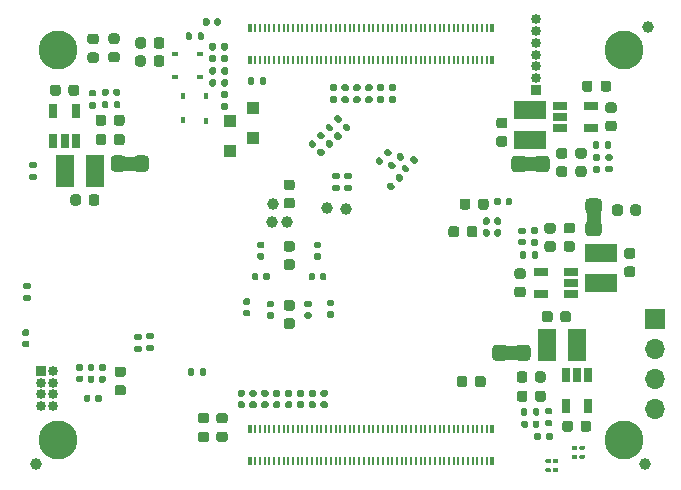
<source format=gbs>
G04 #@! TF.GenerationSoftware,KiCad,Pcbnew,5.1.9+dfsg1-1+deb11u1*
G04 #@! TF.CreationDate,2022-10-19T12:21:59+02:00*
G04 #@! TF.ProjectId,ulx4m,756c7834-6d2e-46b6-9963-61645f706362,v0.0.3*
G04 #@! TF.SameCoordinates,Original*
G04 #@! TF.FileFunction,Soldermask,Bot*
G04 #@! TF.FilePolarity,Negative*
%FSLAX46Y46*%
G04 Gerber Fmt 4.6, Leading zero omitted, Abs format (unit mm)*
G04 Created by KiCad (PCBNEW 5.1.9+dfsg1-1+deb11u1) date 2022-10-19 12:21:59*
%MOMM*%
%LPD*%
G01*
G04 APERTURE LIST*
%ADD10C,1.200000*%
%ADD11R,0.850000X0.850000*%
%ADD12O,0.850000X0.850000*%
%ADD13C,1.000000*%
%ADD14O,1.700000X1.700000*%
%ADD15R,1.700000X1.700000*%
%ADD16R,0.230000X0.660000*%
%ADD17R,0.350000X0.660000*%
%ADD18C,3.300000*%
%ADD19R,2.700000X1.500000*%
%ADD20R,1.500000X2.700000*%
%ADD21R,1.200000X0.700000*%
%ADD22R,0.700000X1.200000*%
%ADD23R,0.600000X0.450000*%
%ADD24R,0.450000X0.600000*%
%ADD25R,1.000000X1.000000*%
G04 APERTURE END LIST*
D10*
X138660000Y-85330000D02*
X136660000Y-85330000D01*
X137050000Y-101315000D02*
X135050000Y-101315000D01*
X102740000Y-85300000D02*
X104740000Y-85300000D01*
X143000000Y-90850000D02*
X143000000Y-88850000D01*
D11*
X96240000Y-102840000D03*
D12*
X97240000Y-102840000D03*
X96240000Y-103840000D03*
X97240000Y-103840000D03*
X96240000Y-104840000D03*
X97240000Y-104840000D03*
X96240000Y-105840000D03*
X97240000Y-105840000D03*
D11*
X138100000Y-79070000D03*
D12*
X138100000Y-78070000D03*
X138100000Y-77070000D03*
X138100000Y-76070000D03*
X138100000Y-75070000D03*
X138100000Y-74070000D03*
X138100000Y-73070000D03*
G36*
G01*
X138520000Y-108215000D02*
X138520000Y-108585000D01*
G75*
G02*
X138385000Y-108720000I-135000J0D01*
G01*
X138115000Y-108720000D01*
G75*
G02*
X137980000Y-108585000I0J135000D01*
G01*
X137980000Y-108215000D01*
G75*
G02*
X138115000Y-108080000I135000J0D01*
G01*
X138385000Y-108080000D01*
G75*
G02*
X138520000Y-108215000I0J-135000D01*
G01*
G37*
G36*
G01*
X139540000Y-108215000D02*
X139540000Y-108585000D01*
G75*
G02*
X139405000Y-108720000I-135000J0D01*
G01*
X139135000Y-108720000D01*
G75*
G02*
X139000000Y-108585000I0J135000D01*
G01*
X139000000Y-108215000D01*
G75*
G02*
X139135000Y-108080000I135000J0D01*
G01*
X139405000Y-108080000D01*
G75*
G02*
X139540000Y-108215000I0J-135000D01*
G01*
G37*
G36*
G01*
X137784998Y-93200001D02*
X137784998Y-92830001D01*
G75*
G02*
X137919998Y-92695001I135000J0D01*
G01*
X138189998Y-92695001D01*
G75*
G02*
X138324998Y-92830001I0J-135000D01*
G01*
X138324998Y-93200001D01*
G75*
G02*
X138189998Y-93335001I-135000J0D01*
G01*
X137919998Y-93335001D01*
G75*
G02*
X137784998Y-93200001I0J135000D01*
G01*
G37*
G36*
G01*
X136764998Y-93200001D02*
X136764998Y-92830001D01*
G75*
G02*
X136899998Y-92695001I135000J0D01*
G01*
X137169998Y-92695001D01*
G75*
G02*
X137304998Y-92830001I0J-135000D01*
G01*
X137304998Y-93200001D01*
G75*
G02*
X137169998Y-93335001I-135000J0D01*
G01*
X136899998Y-93335001D01*
G75*
G02*
X136764998Y-93200001I0J135000D01*
G01*
G37*
G36*
G01*
X143475002Y-83529999D02*
X143475002Y-83899999D01*
G75*
G02*
X143340002Y-84034999I-135000J0D01*
G01*
X143070002Y-84034999D01*
G75*
G02*
X142935002Y-83899999I0J135000D01*
G01*
X142935002Y-83529999D01*
G75*
G02*
X143070002Y-83394999I135000J0D01*
G01*
X143340002Y-83394999D01*
G75*
G02*
X143475002Y-83529999I0J-135000D01*
G01*
G37*
G36*
G01*
X144495002Y-83529999D02*
X144495002Y-83899999D01*
G75*
G02*
X144360002Y-84034999I-135000J0D01*
G01*
X144090002Y-84034999D01*
G75*
G02*
X143955002Y-83899999I0J135000D01*
G01*
X143955002Y-83529999D01*
G75*
G02*
X144090002Y-83394999I135000J0D01*
G01*
X144360002Y-83394999D01*
G75*
G02*
X144495002Y-83529999I0J-135000D01*
G01*
G37*
G36*
G01*
X100405000Y-80090000D02*
X100775000Y-80090000D01*
G75*
G02*
X100910000Y-80225000I0J-135000D01*
G01*
X100910000Y-80495000D01*
G75*
G02*
X100775000Y-80630000I-135000J0D01*
G01*
X100405000Y-80630000D01*
G75*
G02*
X100270000Y-80495000I0J135000D01*
G01*
X100270000Y-80225000D01*
G75*
G02*
X100405000Y-80090000I135000J0D01*
G01*
G37*
G36*
G01*
X100405000Y-79070000D02*
X100775000Y-79070000D01*
G75*
G02*
X100910000Y-79205000I0J-135000D01*
G01*
X100910000Y-79475000D01*
G75*
G02*
X100775000Y-79610000I-135000J0D01*
G01*
X100405000Y-79610000D01*
G75*
G02*
X100270000Y-79475000I0J135000D01*
G01*
X100270000Y-79205000D01*
G75*
G02*
X100405000Y-79070000I135000J0D01*
G01*
G37*
G36*
G01*
X139385001Y-106525000D02*
X139015001Y-106525000D01*
G75*
G02*
X138880001Y-106390000I0J135000D01*
G01*
X138880001Y-106120000D01*
G75*
G02*
X139015001Y-105985000I135000J0D01*
G01*
X139385001Y-105985000D01*
G75*
G02*
X139520001Y-106120000I0J-135000D01*
G01*
X139520001Y-106390000D01*
G75*
G02*
X139385001Y-106525000I-135000J0D01*
G01*
G37*
G36*
G01*
X139385001Y-107545000D02*
X139015001Y-107545000D01*
G75*
G02*
X138880001Y-107410000I0J135000D01*
G01*
X138880001Y-107140000D01*
G75*
G02*
X139015001Y-107005000I135000J0D01*
G01*
X139385001Y-107005000D01*
G75*
G02*
X139520001Y-107140000I0J-135000D01*
G01*
X139520001Y-107410000D01*
G75*
G02*
X139385001Y-107545000I-135000J0D01*
G01*
G37*
G36*
G01*
X137805000Y-91700000D02*
X138175000Y-91700000D01*
G75*
G02*
X138310000Y-91835000I0J-135000D01*
G01*
X138310000Y-92105000D01*
G75*
G02*
X138175000Y-92240000I-135000J0D01*
G01*
X137805000Y-92240000D01*
G75*
G02*
X137670000Y-92105000I0J135000D01*
G01*
X137670000Y-91835000D01*
G75*
G02*
X137805000Y-91700000I135000J0D01*
G01*
G37*
G36*
G01*
X137805000Y-90680000D02*
X138175000Y-90680000D01*
G75*
G02*
X138310000Y-90815000I0J-135000D01*
G01*
X138310000Y-91085000D01*
G75*
G02*
X138175000Y-91220000I-135000J0D01*
G01*
X137805000Y-91220000D01*
G75*
G02*
X137670000Y-91085000I0J135000D01*
G01*
X137670000Y-90815000D01*
G75*
G02*
X137805000Y-90680000I135000J0D01*
G01*
G37*
G36*
G01*
X143450001Y-85035001D02*
X143080001Y-85035001D01*
G75*
G02*
X142945001Y-84900001I0J135000D01*
G01*
X142945001Y-84630001D01*
G75*
G02*
X143080001Y-84495001I135000J0D01*
G01*
X143450001Y-84495001D01*
G75*
G02*
X143585001Y-84630001I0J-135000D01*
G01*
X143585001Y-84900001D01*
G75*
G02*
X143450001Y-85035001I-135000J0D01*
G01*
G37*
G36*
G01*
X143450001Y-86055001D02*
X143080001Y-86055001D01*
G75*
G02*
X142945001Y-85920001I0J135000D01*
G01*
X142945001Y-85650001D01*
G75*
G02*
X143080001Y-85515001I135000J0D01*
G01*
X143450001Y-85515001D01*
G75*
G02*
X143585001Y-85650001I0J-135000D01*
G01*
X143585001Y-85920001D01*
G75*
G02*
X143450001Y-86055001I-135000J0D01*
G01*
G37*
G36*
G01*
X101910000Y-80115000D02*
X101910000Y-80485000D01*
G75*
G02*
X101775000Y-80620000I-135000J0D01*
G01*
X101505000Y-80620000D01*
G75*
G02*
X101370000Y-80485000I0J135000D01*
G01*
X101370000Y-80115000D01*
G75*
G02*
X101505000Y-79980000I135000J0D01*
G01*
X101775000Y-79980000D01*
G75*
G02*
X101910000Y-80115000I0J-135000D01*
G01*
G37*
G36*
G01*
X102930000Y-80115000D02*
X102930000Y-80485000D01*
G75*
G02*
X102795000Y-80620000I-135000J0D01*
G01*
X102525000Y-80620000D01*
G75*
G02*
X102390000Y-80485000I0J135000D01*
G01*
X102390000Y-80115000D01*
G75*
G02*
X102525000Y-79980000I135000J0D01*
G01*
X102795000Y-79980000D01*
G75*
G02*
X102930000Y-80115000I0J-135000D01*
G01*
G37*
G36*
G01*
X137880000Y-106499999D02*
X137880000Y-106129999D01*
G75*
G02*
X138015000Y-105994999I135000J0D01*
G01*
X138285000Y-105994999D01*
G75*
G02*
X138420000Y-106129999I0J-135000D01*
G01*
X138420000Y-106499999D01*
G75*
G02*
X138285000Y-106634999I-135000J0D01*
G01*
X138015000Y-106634999D01*
G75*
G02*
X137880000Y-106499999I0J135000D01*
G01*
G37*
G36*
G01*
X136860000Y-106499999D02*
X136860000Y-106129999D01*
G75*
G02*
X136995000Y-105994999I135000J0D01*
G01*
X137265000Y-105994999D01*
G75*
G02*
X137400000Y-106129999I0J-135000D01*
G01*
X137400000Y-106499999D01*
G75*
G02*
X137265000Y-106634999I-135000J0D01*
G01*
X136995000Y-106634999D01*
G75*
G02*
X136860000Y-106499999I0J135000D01*
G01*
G37*
G36*
G01*
X105245000Y-100650000D02*
X105615000Y-100650000D01*
G75*
G02*
X105750000Y-100785000I0J-135000D01*
G01*
X105750000Y-101055000D01*
G75*
G02*
X105615000Y-101190000I-135000J0D01*
G01*
X105245000Y-101190000D01*
G75*
G02*
X105110000Y-101055000I0J135000D01*
G01*
X105110000Y-100785000D01*
G75*
G02*
X105245000Y-100650000I135000J0D01*
G01*
G37*
G36*
G01*
X105245000Y-99630000D02*
X105615000Y-99630000D01*
G75*
G02*
X105750000Y-99765000I0J-135000D01*
G01*
X105750000Y-100035000D01*
G75*
G02*
X105615000Y-100170000I-135000J0D01*
G01*
X105245000Y-100170000D01*
G75*
G02*
X105110000Y-100035000I0J135000D01*
G01*
X105110000Y-99765000D01*
G75*
G02*
X105245000Y-99630000I135000J0D01*
G01*
G37*
G36*
G01*
X104245000Y-100730000D02*
X104615000Y-100730000D01*
G75*
G02*
X104750000Y-100865000I0J-135000D01*
G01*
X104750000Y-101135000D01*
G75*
G02*
X104615000Y-101270000I-135000J0D01*
G01*
X104245000Y-101270000D01*
G75*
G02*
X104110000Y-101135000I0J135000D01*
G01*
X104110000Y-100865000D01*
G75*
G02*
X104245000Y-100730000I135000J0D01*
G01*
G37*
G36*
G01*
X104245000Y-99710000D02*
X104615000Y-99710000D01*
G75*
G02*
X104750000Y-99845000I0J-135000D01*
G01*
X104750000Y-100115000D01*
G75*
G02*
X104615000Y-100250000I-135000J0D01*
G01*
X104245000Y-100250000D01*
G75*
G02*
X104110000Y-100115000I0J135000D01*
G01*
X104110000Y-99845000D01*
G75*
G02*
X104245000Y-99710000I135000J0D01*
G01*
G37*
G36*
G01*
X109660000Y-103105000D02*
X109660000Y-102735000D01*
G75*
G02*
X109795000Y-102600000I135000J0D01*
G01*
X110065000Y-102600000D01*
G75*
G02*
X110200000Y-102735000I0J-135000D01*
G01*
X110200000Y-103105000D01*
G75*
G02*
X110065000Y-103240000I-135000J0D01*
G01*
X109795000Y-103240000D01*
G75*
G02*
X109660000Y-103105000I0J135000D01*
G01*
G37*
G36*
G01*
X108640000Y-103105000D02*
X108640000Y-102735000D01*
G75*
G02*
X108775000Y-102600000I135000J0D01*
G01*
X109045000Y-102600000D01*
G75*
G02*
X109180000Y-102735000I0J-135000D01*
G01*
X109180000Y-103105000D01*
G75*
G02*
X109045000Y-103240000I-135000J0D01*
G01*
X108775000Y-103240000D01*
G75*
G02*
X108640000Y-103105000I0J135000D01*
G01*
G37*
G36*
G01*
X95345000Y-86150000D02*
X95715000Y-86150000D01*
G75*
G02*
X95850000Y-86285000I0J-135000D01*
G01*
X95850000Y-86555000D01*
G75*
G02*
X95715000Y-86690000I-135000J0D01*
G01*
X95345000Y-86690000D01*
G75*
G02*
X95210000Y-86555000I0J135000D01*
G01*
X95210000Y-86285000D01*
G75*
G02*
X95345000Y-86150000I135000J0D01*
G01*
G37*
G36*
G01*
X95345000Y-85130000D02*
X95715000Y-85130000D01*
G75*
G02*
X95850000Y-85265000I0J-135000D01*
G01*
X95850000Y-85535000D01*
G75*
G02*
X95715000Y-85670000I-135000J0D01*
G01*
X95345000Y-85670000D01*
G75*
G02*
X95210000Y-85535000I0J135000D01*
G01*
X95210000Y-85265000D01*
G75*
G02*
X95345000Y-85130000I135000J0D01*
G01*
G37*
D13*
X115800000Y-90200000D03*
X115850000Y-88690800D03*
D14*
X148170000Y-106030000D03*
X148170000Y-103490000D03*
X148170000Y-100950000D03*
D15*
X148170000Y-98410000D03*
G36*
G01*
X137340000Y-84953750D02*
X137340000Y-85706250D01*
G75*
G02*
X137016250Y-86030000I-323750J0D01*
G01*
X136368750Y-86030000D01*
G75*
G02*
X136045000Y-85706250I0J323750D01*
G01*
X136045000Y-84953750D01*
G75*
G02*
X136368750Y-84630000I323750J0D01*
G01*
X137016250Y-84630000D01*
G75*
G02*
X137340000Y-84953750I0J-323750D01*
G01*
G37*
G36*
G01*
X139275000Y-84953750D02*
X139275000Y-85706250D01*
G75*
G02*
X138951250Y-86030000I-323750J0D01*
G01*
X138303750Y-86030000D01*
G75*
G02*
X137980000Y-85706250I0J323750D01*
G01*
X137980000Y-84953750D01*
G75*
G02*
X138303750Y-84630000I323750J0D01*
G01*
X138951250Y-84630000D01*
G75*
G02*
X139275000Y-84953750I0J-323750D01*
G01*
G37*
D16*
X133958000Y-107790000D03*
X133958000Y-110500000D03*
X133558000Y-107790000D03*
X133558000Y-110500000D03*
X133158000Y-107790000D03*
X133158000Y-110500000D03*
X132758000Y-107790000D03*
X132758000Y-110500000D03*
X132358000Y-107790000D03*
X132358000Y-110500000D03*
X131958000Y-107790000D03*
X131958000Y-110500000D03*
X131558000Y-107790000D03*
X131558000Y-110500000D03*
X131158000Y-107790000D03*
X131158000Y-110500000D03*
X130758000Y-107790000D03*
X130758000Y-110500000D03*
X130358000Y-107790000D03*
X130358000Y-110500000D03*
X129958000Y-107790000D03*
X129958000Y-110500000D03*
X129558000Y-107790000D03*
X129558000Y-110500000D03*
X129158000Y-107790000D03*
X129158000Y-110500000D03*
X128758000Y-107790000D03*
X128758000Y-110500000D03*
X128358000Y-107790000D03*
X128358000Y-110500000D03*
X127958000Y-107790000D03*
X127958000Y-110500000D03*
X127558000Y-107790000D03*
X127558000Y-110500000D03*
X127158000Y-107790000D03*
X127158000Y-110500000D03*
X126758000Y-107790000D03*
X126758000Y-110500000D03*
X126358000Y-107790000D03*
X126358000Y-110500000D03*
X125958000Y-107790000D03*
X125958000Y-110500000D03*
X125558000Y-107790000D03*
X125558000Y-110500000D03*
X125158000Y-107790000D03*
X125158000Y-110500000D03*
X124758000Y-107790000D03*
X124758000Y-110500000D03*
X124358000Y-107790000D03*
X124358000Y-110500000D03*
X123958000Y-107790000D03*
X123958000Y-110500000D03*
X123558000Y-107790000D03*
X123558000Y-110500000D03*
X123158000Y-107790000D03*
X123158000Y-110500000D03*
X122758000Y-107790000D03*
X122758000Y-110500000D03*
X122358000Y-107790000D03*
X122358000Y-110500000D03*
X121958000Y-107790000D03*
X121958000Y-110500000D03*
X121558000Y-107790000D03*
X121558000Y-110500000D03*
X121158000Y-107790000D03*
X121158000Y-110500000D03*
X120758000Y-107790000D03*
X120758000Y-110500000D03*
X120358000Y-107790000D03*
X120358000Y-110500000D03*
X119958000Y-107790000D03*
X119958000Y-110500000D03*
X119558000Y-107790000D03*
X119558000Y-110500000D03*
X119158000Y-107790000D03*
X119158000Y-110500000D03*
X118758000Y-107790000D03*
X118758000Y-110500000D03*
X118358000Y-107790000D03*
X118358000Y-110500000D03*
D17*
X134433000Y-110500000D03*
X134433000Y-107790000D03*
X113883000Y-110500000D03*
X113883000Y-107790000D03*
D16*
X117958000Y-107790000D03*
X117958000Y-110500000D03*
X117558000Y-107790000D03*
X117558000Y-110500000D03*
X117158000Y-107790000D03*
X117158000Y-110500000D03*
X116758000Y-107790000D03*
X116758000Y-110500000D03*
X116358000Y-107790000D03*
X116358000Y-110500000D03*
X115958000Y-107790000D03*
X115958000Y-110500000D03*
X115558000Y-107790000D03*
X115558000Y-110500000D03*
X115158000Y-107790000D03*
X115158000Y-110500000D03*
X114758000Y-107790000D03*
X114758000Y-110500000D03*
X114358000Y-107790000D03*
X114358000Y-110500000D03*
D18*
X97620000Y-75644999D03*
X145620000Y-75645000D03*
X145620000Y-108720000D03*
X97619999Y-108723599D03*
G36*
G01*
X135730000Y-100938750D02*
X135730000Y-101691250D01*
G75*
G02*
X135406250Y-102015000I-323750J0D01*
G01*
X134758750Y-102015000D01*
G75*
G02*
X134435000Y-101691250I0J323750D01*
G01*
X134435000Y-100938750D01*
G75*
G02*
X134758750Y-100615000I323750J0D01*
G01*
X135406250Y-100615000D01*
G75*
G02*
X135730000Y-100938750I0J-323750D01*
G01*
G37*
G36*
G01*
X137665000Y-100938750D02*
X137665000Y-101691250D01*
G75*
G02*
X137341250Y-102015000I-323750J0D01*
G01*
X136693750Y-102015000D01*
G75*
G02*
X136370000Y-101691250I0J323750D01*
G01*
X136370000Y-100938750D01*
G75*
G02*
X136693750Y-100615000I323750J0D01*
G01*
X137341250Y-100615000D01*
G75*
G02*
X137665000Y-100938750I0J-323750D01*
G01*
G37*
G36*
G01*
X102125000Y-85676250D02*
X102125000Y-84923750D01*
G75*
G02*
X102448750Y-84600000I323750J0D01*
G01*
X103096250Y-84600000D01*
G75*
G02*
X103420000Y-84923750I0J-323750D01*
G01*
X103420000Y-85676250D01*
G75*
G02*
X103096250Y-86000000I-323750J0D01*
G01*
X102448750Y-86000000D01*
G75*
G02*
X102125000Y-85676250I0J323750D01*
G01*
G37*
G36*
G01*
X104060000Y-85676250D02*
X104060000Y-84923750D01*
G75*
G02*
X104383750Y-84600000I323750J0D01*
G01*
X105031250Y-84600000D01*
G75*
G02*
X105355000Y-84923750I0J-323750D01*
G01*
X105355000Y-85676250D01*
G75*
G02*
X105031250Y-86000000I-323750J0D01*
G01*
X104383750Y-86000000D01*
G75*
G02*
X104060000Y-85676250I0J323750D01*
G01*
G37*
D19*
X137640000Y-80760000D03*
X137640000Y-83300000D03*
D20*
X141580000Y-100690000D03*
X139040000Y-100690000D03*
X98210000Y-85925000D03*
X100750000Y-85925000D03*
G36*
G01*
X100373750Y-75880000D02*
X100886250Y-75880000D01*
G75*
G02*
X101105000Y-76098750I0J-218750D01*
G01*
X101105000Y-76536250D01*
G75*
G02*
X100886250Y-76755000I-218750J0D01*
G01*
X100373750Y-76755000D01*
G75*
G02*
X100155000Y-76536250I0J218750D01*
G01*
X100155000Y-76098750D01*
G75*
G02*
X100373750Y-75880000I218750J0D01*
G01*
G37*
G36*
G01*
X100373750Y-74305000D02*
X100886250Y-74305000D01*
G75*
G02*
X101105000Y-74523750I0J-218750D01*
G01*
X101105000Y-74961250D01*
G75*
G02*
X100886250Y-75180000I-218750J0D01*
G01*
X100373750Y-75180000D01*
G75*
G02*
X100155000Y-74961250I0J218750D01*
G01*
X100155000Y-74523750D01*
G75*
G02*
X100373750Y-74305000I218750J0D01*
G01*
G37*
G36*
G01*
X105075000Y-76348750D02*
X105075000Y-76861250D01*
G75*
G02*
X104856250Y-77080000I-218750J0D01*
G01*
X104418750Y-77080000D01*
G75*
G02*
X104200000Y-76861250I0J218750D01*
G01*
X104200000Y-76348750D01*
G75*
G02*
X104418750Y-76130000I218750J0D01*
G01*
X104856250Y-76130000D01*
G75*
G02*
X105075000Y-76348750I0J-218750D01*
G01*
G37*
G36*
G01*
X106650000Y-76348750D02*
X106650000Y-76861250D01*
G75*
G02*
X106431250Y-77080000I-218750J0D01*
G01*
X105993750Y-77080000D01*
G75*
G02*
X105775000Y-76861250I0J218750D01*
G01*
X105775000Y-76348750D01*
G75*
G02*
X105993750Y-76130000I218750J0D01*
G01*
X106431250Y-76130000D01*
G75*
G02*
X106650000Y-76348750I0J-218750D01*
G01*
G37*
G36*
G01*
X143610000Y-78996250D02*
X143610000Y-78483750D01*
G75*
G02*
X143828750Y-78265000I218750J0D01*
G01*
X144266250Y-78265000D01*
G75*
G02*
X144485000Y-78483750I0J-218750D01*
G01*
X144485000Y-78996250D01*
G75*
G02*
X144266250Y-79215000I-218750J0D01*
G01*
X143828750Y-79215000D01*
G75*
G02*
X143610000Y-78996250I0J218750D01*
G01*
G37*
G36*
G01*
X142035000Y-78996250D02*
X142035000Y-78483750D01*
G75*
G02*
X142253750Y-78265000I218750J0D01*
G01*
X142691250Y-78265000D01*
G75*
G02*
X142910000Y-78483750I0J-218750D01*
G01*
X142910000Y-78996250D01*
G75*
G02*
X142691250Y-79215000I-218750J0D01*
G01*
X142253750Y-79215000D01*
G75*
G02*
X142035000Y-78996250I0J218750D01*
G01*
G37*
G36*
G01*
X111283750Y-107990000D02*
X111796250Y-107990000D01*
G75*
G02*
X112015000Y-108208750I0J-218750D01*
G01*
X112015000Y-108646250D01*
G75*
G02*
X111796250Y-108865000I-218750J0D01*
G01*
X111283750Y-108865000D01*
G75*
G02*
X111065000Y-108646250I0J218750D01*
G01*
X111065000Y-108208750D01*
G75*
G02*
X111283750Y-107990000I218750J0D01*
G01*
G37*
G36*
G01*
X111283750Y-106415000D02*
X111796250Y-106415000D01*
G75*
G02*
X112015000Y-106633750I0J-218750D01*
G01*
X112015000Y-107071250D01*
G75*
G02*
X111796250Y-107290000I-218750J0D01*
G01*
X111283750Y-107290000D01*
G75*
G02*
X111065000Y-107071250I0J218750D01*
G01*
X111065000Y-106633750D01*
G75*
G02*
X111283750Y-106415000I218750J0D01*
G01*
G37*
G36*
G01*
X109723750Y-107990000D02*
X110236250Y-107990000D01*
G75*
G02*
X110455000Y-108208750I0J-218750D01*
G01*
X110455000Y-108646250D01*
G75*
G02*
X110236250Y-108865000I-218750J0D01*
G01*
X109723750Y-108865000D01*
G75*
G02*
X109505000Y-108646250I0J218750D01*
G01*
X109505000Y-108208750D01*
G75*
G02*
X109723750Y-107990000I218750J0D01*
G01*
G37*
G36*
G01*
X109723750Y-106415000D02*
X110236250Y-106415000D01*
G75*
G02*
X110455000Y-106633750I0J-218750D01*
G01*
X110455000Y-107071250D01*
G75*
G02*
X110236250Y-107290000I-218750J0D01*
G01*
X109723750Y-107290000D01*
G75*
G02*
X109505000Y-107071250I0J218750D01*
G01*
X109505000Y-106633750D01*
G75*
G02*
X109723750Y-106415000I218750J0D01*
G01*
G37*
D21*
X140150001Y-82285000D03*
X140150001Y-81335000D03*
X140150001Y-80385000D03*
X142750001Y-80385000D03*
X142750001Y-82285000D03*
G36*
G01*
X102143750Y-75850000D02*
X102656250Y-75850000D01*
G75*
G02*
X102875000Y-76068750I0J-218750D01*
G01*
X102875000Y-76506250D01*
G75*
G02*
X102656250Y-76725000I-218750J0D01*
G01*
X102143750Y-76725000D01*
G75*
G02*
X101925000Y-76506250I0J218750D01*
G01*
X101925000Y-76068750D01*
G75*
G02*
X102143750Y-75850000I218750J0D01*
G01*
G37*
G36*
G01*
X102143750Y-74275000D02*
X102656250Y-74275000D01*
G75*
G02*
X102875000Y-74493750I0J-218750D01*
G01*
X102875000Y-74931250D01*
G75*
G02*
X102656250Y-75150000I-218750J0D01*
G01*
X102143750Y-75150000D01*
G75*
G02*
X101925000Y-74931250I0J218750D01*
G01*
X101925000Y-74493750D01*
G75*
G02*
X102143750Y-74275000I218750J0D01*
G01*
G37*
D22*
X140630000Y-103200000D03*
X141580000Y-103200000D03*
X142530000Y-103200000D03*
X142530000Y-105800000D03*
X140630000Y-105800000D03*
X99160000Y-83415000D03*
X98210000Y-83415000D03*
X97260000Y-83415000D03*
X97260000Y-80815000D03*
X99160000Y-80815000D03*
G36*
G01*
X96990000Y-79335000D02*
X96990000Y-78835000D01*
G75*
G02*
X97215000Y-78610000I225000J0D01*
G01*
X97665000Y-78610000D01*
G75*
G02*
X97890000Y-78835000I0J-225000D01*
G01*
X97890000Y-79335000D01*
G75*
G02*
X97665000Y-79560000I-225000J0D01*
G01*
X97215000Y-79560000D01*
G75*
G02*
X96990000Y-79335000I0J225000D01*
G01*
G37*
G36*
G01*
X98540000Y-79335000D02*
X98540000Y-78835000D01*
G75*
G02*
X98765000Y-78610000I225000J0D01*
G01*
X99215000Y-78610000D01*
G75*
G02*
X99440000Y-78835000I0J-225000D01*
G01*
X99440000Y-79335000D01*
G75*
G02*
X99215000Y-79560000I-225000J0D01*
G01*
X98765000Y-79560000D01*
G75*
G02*
X98540000Y-79335000I0J225000D01*
G01*
G37*
G36*
G01*
X137850001Y-107535000D02*
X137850001Y-107195000D01*
G75*
G02*
X137990001Y-107055000I140000J0D01*
G01*
X138270001Y-107055000D01*
G75*
G02*
X138410001Y-107195000I0J-140000D01*
G01*
X138410001Y-107535000D01*
G75*
G02*
X138270001Y-107675000I-140000J0D01*
G01*
X137990001Y-107675000D01*
G75*
G02*
X137850001Y-107535000I0J140000D01*
G01*
G37*
G36*
G01*
X136890001Y-107535000D02*
X136890001Y-107195000D01*
G75*
G02*
X137030001Y-107055000I140000J0D01*
G01*
X137310001Y-107055000D01*
G75*
G02*
X137450001Y-107195000I0J-140000D01*
G01*
X137450001Y-107535000D01*
G75*
G02*
X137310001Y-107675000I-140000J0D01*
G01*
X137030001Y-107675000D01*
G75*
G02*
X136890001Y-107535000I0J140000D01*
G01*
G37*
G36*
G01*
X136500000Y-105239999D02*
X136500000Y-104739999D01*
G75*
G02*
X136725000Y-104514999I225000J0D01*
G01*
X137175000Y-104514999D01*
G75*
G02*
X137400000Y-104739999I0J-225000D01*
G01*
X137400000Y-105239999D01*
G75*
G02*
X137175000Y-105464999I-225000J0D01*
G01*
X136725000Y-105464999D01*
G75*
G02*
X136500000Y-105239999I0J225000D01*
G01*
G37*
G36*
G01*
X138050000Y-105239999D02*
X138050000Y-104739999D01*
G75*
G02*
X138275000Y-104514999I225000J0D01*
G01*
X138725000Y-104514999D01*
G75*
G02*
X138950000Y-104739999I0J-225000D01*
G01*
X138950000Y-105239999D01*
G75*
G02*
X138725000Y-105464999I-225000J0D01*
G01*
X138275000Y-105464999D01*
G75*
G02*
X138050000Y-105239999I0J225000D01*
G01*
G37*
G36*
G01*
X138040000Y-103605000D02*
X138040000Y-103105000D01*
G75*
G02*
X138265000Y-102880000I225000J0D01*
G01*
X138715000Y-102880000D01*
G75*
G02*
X138940000Y-103105000I0J-225000D01*
G01*
X138940000Y-103605000D01*
G75*
G02*
X138715000Y-103830000I-225000J0D01*
G01*
X138265000Y-103830000D01*
G75*
G02*
X138040000Y-103605000I0J225000D01*
G01*
G37*
G36*
G01*
X136490000Y-103605000D02*
X136490000Y-103105000D01*
G75*
G02*
X136715000Y-102880000I225000J0D01*
G01*
X137165000Y-102880000D01*
G75*
G02*
X137390000Y-103105000I0J-225000D01*
G01*
X137390000Y-103605000D01*
G75*
G02*
X137165000Y-103830000I-225000J0D01*
G01*
X136715000Y-103830000D01*
G75*
G02*
X136490000Y-103605000I0J225000D01*
G01*
G37*
G36*
G01*
X142800000Y-107280000D02*
X142800000Y-107780000D01*
G75*
G02*
X142575000Y-108005000I-225000J0D01*
G01*
X142125000Y-108005000D01*
G75*
G02*
X141900000Y-107780000I0J225000D01*
G01*
X141900000Y-107280000D01*
G75*
G02*
X142125000Y-107055000I225000J0D01*
G01*
X142575000Y-107055000D01*
G75*
G02*
X142800000Y-107280000I0J-225000D01*
G01*
G37*
G36*
G01*
X141250000Y-107280000D02*
X141250000Y-107780000D01*
G75*
G02*
X141025000Y-108005000I-225000J0D01*
G01*
X140575000Y-108005000D01*
G75*
G02*
X140350000Y-107780000I0J225000D01*
G01*
X140350000Y-107280000D01*
G75*
G02*
X140575000Y-107055000I225000J0D01*
G01*
X141025000Y-107055000D01*
G75*
G02*
X141250000Y-107280000I0J-225000D01*
G01*
G37*
G36*
G01*
X144484999Y-86025000D02*
X144144999Y-86025000D01*
G75*
G02*
X144004999Y-85885000I0J140000D01*
G01*
X144004999Y-85605000D01*
G75*
G02*
X144144999Y-85465000I140000J0D01*
G01*
X144484999Y-85465000D01*
G75*
G02*
X144624999Y-85605000I0J-140000D01*
G01*
X144624999Y-85885000D01*
G75*
G02*
X144484999Y-86025000I-140000J0D01*
G01*
G37*
G36*
G01*
X144484999Y-85065000D02*
X144144999Y-85065000D01*
G75*
G02*
X144004999Y-84925000I0J140000D01*
G01*
X144004999Y-84645000D01*
G75*
G02*
X144144999Y-84505000I140000J0D01*
G01*
X144484999Y-84505000D01*
G75*
G02*
X144624999Y-84645000I0J-140000D01*
G01*
X144624999Y-84925000D01*
G75*
G02*
X144484999Y-85065000I-140000J0D01*
G01*
G37*
G36*
G01*
X142190001Y-84864999D02*
X141690001Y-84864999D01*
G75*
G02*
X141465001Y-84639999I0J225000D01*
G01*
X141465001Y-84189999D01*
G75*
G02*
X141690001Y-83964999I225000J0D01*
G01*
X142190001Y-83964999D01*
G75*
G02*
X142415001Y-84189999I0J-225000D01*
G01*
X142415001Y-84639999D01*
G75*
G02*
X142190001Y-84864999I-225000J0D01*
G01*
G37*
G36*
G01*
X142190001Y-86414999D02*
X141690001Y-86414999D01*
G75*
G02*
X141465001Y-86189999I0J225000D01*
G01*
X141465001Y-85739999D01*
G75*
G02*
X141690001Y-85514999I225000J0D01*
G01*
X142190001Y-85514999D01*
G75*
G02*
X142415001Y-85739999I0J-225000D01*
G01*
X142415001Y-86189999D01*
G75*
G02*
X142190001Y-86414999I-225000J0D01*
G01*
G37*
G36*
G01*
X140555000Y-86424999D02*
X140055000Y-86424999D01*
G75*
G02*
X139830000Y-86199999I0J225000D01*
G01*
X139830000Y-85749999D01*
G75*
G02*
X140055000Y-85524999I225000J0D01*
G01*
X140555000Y-85524999D01*
G75*
G02*
X140780000Y-85749999I0J-225000D01*
G01*
X140780000Y-86199999D01*
G75*
G02*
X140555000Y-86424999I-225000J0D01*
G01*
G37*
G36*
G01*
X140555000Y-84874999D02*
X140055000Y-84874999D01*
G75*
G02*
X139830000Y-84649999I0J225000D01*
G01*
X139830000Y-84199999D01*
G75*
G02*
X140055000Y-83974999I225000J0D01*
G01*
X140555000Y-83974999D01*
G75*
G02*
X140780000Y-84199999I0J-225000D01*
G01*
X140780000Y-84649999D01*
G75*
G02*
X140555000Y-84874999I-225000J0D01*
G01*
G37*
G36*
G01*
X144230001Y-80115000D02*
X144730001Y-80115000D01*
G75*
G02*
X144955001Y-80340000I0J-225000D01*
G01*
X144955001Y-80790000D01*
G75*
G02*
X144730001Y-81015000I-225000J0D01*
G01*
X144230001Y-81015000D01*
G75*
G02*
X144005001Y-80790000I0J225000D01*
G01*
X144005001Y-80340000D01*
G75*
G02*
X144230001Y-80115000I225000J0D01*
G01*
G37*
G36*
G01*
X144230001Y-81665000D02*
X144730001Y-81665000D01*
G75*
G02*
X144955001Y-81890000I0J-225000D01*
G01*
X144955001Y-82340000D01*
G75*
G02*
X144730001Y-82565000I-225000J0D01*
G01*
X144230001Y-82565000D01*
G75*
G02*
X144005001Y-82340000I0J225000D01*
G01*
X144005001Y-81890000D01*
G75*
G02*
X144230001Y-81665000I225000J0D01*
G01*
G37*
G36*
G01*
X102900000Y-79080000D02*
X102900000Y-79420000D01*
G75*
G02*
X102760000Y-79560000I-140000J0D01*
G01*
X102480000Y-79560000D01*
G75*
G02*
X102340000Y-79420000I0J140000D01*
G01*
X102340000Y-79080000D01*
G75*
G02*
X102480000Y-78940000I140000J0D01*
G01*
X102760000Y-78940000D01*
G75*
G02*
X102900000Y-79080000I0J-140000D01*
G01*
G37*
G36*
G01*
X101940000Y-79080000D02*
X101940000Y-79420000D01*
G75*
G02*
X101800000Y-79560000I-140000J0D01*
G01*
X101520000Y-79560000D01*
G75*
G02*
X101380000Y-79420000I0J140000D01*
G01*
X101380000Y-79080000D01*
G75*
G02*
X101520000Y-78940000I140000J0D01*
G01*
X101800000Y-78940000D01*
G75*
G02*
X101940000Y-79080000I0J-140000D01*
G01*
G37*
G36*
G01*
X101740000Y-81375000D02*
X101740000Y-81875000D01*
G75*
G02*
X101515000Y-82100000I-225000J0D01*
G01*
X101065000Y-82100000D01*
G75*
G02*
X100840000Y-81875000I0J225000D01*
G01*
X100840000Y-81375000D01*
G75*
G02*
X101065000Y-81150000I225000J0D01*
G01*
X101515000Y-81150000D01*
G75*
G02*
X101740000Y-81375000I0J-225000D01*
G01*
G37*
G36*
G01*
X103290000Y-81375000D02*
X103290000Y-81875000D01*
G75*
G02*
X103065000Y-82100000I-225000J0D01*
G01*
X102615000Y-82100000D01*
G75*
G02*
X102390000Y-81875000I0J225000D01*
G01*
X102390000Y-81375000D01*
G75*
G02*
X102615000Y-81150000I225000J0D01*
G01*
X103065000Y-81150000D01*
G75*
G02*
X103290000Y-81375000I0J-225000D01*
G01*
G37*
G36*
G01*
X103300000Y-83010000D02*
X103300000Y-83510000D01*
G75*
G02*
X103075000Y-83735000I-225000J0D01*
G01*
X102625000Y-83735000D01*
G75*
G02*
X102400000Y-83510000I0J225000D01*
G01*
X102400000Y-83010000D01*
G75*
G02*
X102625000Y-82785000I225000J0D01*
G01*
X103075000Y-82785000D01*
G75*
G02*
X103300000Y-83010000I0J-225000D01*
G01*
G37*
G36*
G01*
X101750000Y-83010000D02*
X101750000Y-83510000D01*
G75*
G02*
X101525000Y-83735000I-225000J0D01*
G01*
X101075000Y-83735000D01*
G75*
G02*
X100850000Y-83510000I0J225000D01*
G01*
X100850000Y-83010000D01*
G75*
G02*
X101075000Y-82785000I225000J0D01*
G01*
X101525000Y-82785000D01*
G75*
G02*
X101750000Y-83010000I0J-225000D01*
G01*
G37*
G36*
G01*
X132965000Y-104000000D02*
X132965000Y-103500000D01*
G75*
G02*
X133190000Y-103275000I225000J0D01*
G01*
X133640000Y-103275000D01*
G75*
G02*
X133865000Y-103500000I0J-225000D01*
G01*
X133865000Y-104000000D01*
G75*
G02*
X133640000Y-104225000I-225000J0D01*
G01*
X133190000Y-104225000D01*
G75*
G02*
X132965000Y-104000000I0J225000D01*
G01*
G37*
G36*
G01*
X131415000Y-104000000D02*
X131415000Y-103500000D01*
G75*
G02*
X131640000Y-103275000I225000J0D01*
G01*
X132090000Y-103275000D01*
G75*
G02*
X132315000Y-103500000I0J-225000D01*
G01*
X132315000Y-104000000D01*
G75*
G02*
X132090000Y-104225000I-225000J0D01*
G01*
X131640000Y-104225000D01*
G75*
G02*
X131415000Y-104000000I0J225000D01*
G01*
G37*
G36*
G01*
X116980000Y-98395000D02*
X117480000Y-98395000D01*
G75*
G02*
X117705000Y-98620000I0J-225000D01*
G01*
X117705000Y-99070000D01*
G75*
G02*
X117480000Y-99295000I-225000J0D01*
G01*
X116980000Y-99295000D01*
G75*
G02*
X116755000Y-99070000I0J225000D01*
G01*
X116755000Y-98620000D01*
G75*
G02*
X116980000Y-98395000I225000J0D01*
G01*
G37*
G36*
G01*
X116980000Y-96845000D02*
X117480000Y-96845000D01*
G75*
G02*
X117705000Y-97070000I0J-225000D01*
G01*
X117705000Y-97520000D01*
G75*
G02*
X117480000Y-97745000I-225000J0D01*
G01*
X116980000Y-97745000D01*
G75*
G02*
X116755000Y-97520000I0J225000D01*
G01*
X116755000Y-97070000D01*
G75*
G02*
X116980000Y-96845000I225000J0D01*
G01*
G37*
G36*
G01*
X117480000Y-89095000D02*
X116980000Y-89095000D01*
G75*
G02*
X116755000Y-88870000I0J225000D01*
G01*
X116755000Y-88420000D01*
G75*
G02*
X116980000Y-88195000I225000J0D01*
G01*
X117480000Y-88195000D01*
G75*
G02*
X117705000Y-88420000I0J-225000D01*
G01*
X117705000Y-88870000D01*
G75*
G02*
X117480000Y-89095000I-225000J0D01*
G01*
G37*
G36*
G01*
X117480000Y-87545000D02*
X116980000Y-87545000D01*
G75*
G02*
X116755000Y-87320000I0J225000D01*
G01*
X116755000Y-86870000D01*
G75*
G02*
X116980000Y-86645000I225000J0D01*
G01*
X117480000Y-86645000D01*
G75*
G02*
X117705000Y-86870000I0J-225000D01*
G01*
X117705000Y-87320000D01*
G75*
G02*
X117480000Y-87545000I-225000J0D01*
G01*
G37*
G36*
G01*
X116980000Y-93395000D02*
X117480000Y-93395000D01*
G75*
G02*
X117705000Y-93620000I0J-225000D01*
G01*
X117705000Y-94070000D01*
G75*
G02*
X117480000Y-94295000I-225000J0D01*
G01*
X116980000Y-94295000D01*
G75*
G02*
X116755000Y-94070000I0J225000D01*
G01*
X116755000Y-93620000D01*
G75*
G02*
X116980000Y-93395000I225000J0D01*
G01*
G37*
G36*
G01*
X116980000Y-91845000D02*
X117480000Y-91845000D01*
G75*
G02*
X117705000Y-92070000I0J-225000D01*
G01*
X117705000Y-92520000D01*
G75*
G02*
X117480000Y-92745000I-225000J0D01*
G01*
X116980000Y-92745000D01*
G75*
G02*
X116755000Y-92520000I0J225000D01*
G01*
X116755000Y-92070000D01*
G75*
G02*
X116980000Y-91845000I225000J0D01*
G01*
G37*
G36*
G01*
X138633999Y-98498000D02*
X138633999Y-97998000D01*
G75*
G02*
X138858999Y-97773000I225000J0D01*
G01*
X139308999Y-97773000D01*
G75*
G02*
X139533999Y-97998000I0J-225000D01*
G01*
X139533999Y-98498000D01*
G75*
G02*
X139308999Y-98723000I-225000J0D01*
G01*
X138858999Y-98723000D01*
G75*
G02*
X138633999Y-98498000I0J225000D01*
G01*
G37*
G36*
G01*
X140183999Y-98498000D02*
X140183999Y-97998000D01*
G75*
G02*
X140408999Y-97773000I225000J0D01*
G01*
X140858999Y-97773000D01*
G75*
G02*
X141083999Y-97998000I0J-225000D01*
G01*
X141083999Y-98498000D01*
G75*
G02*
X140858999Y-98723000I-225000J0D01*
G01*
X140408999Y-98723000D01*
G75*
G02*
X140183999Y-98498000I0J225000D01*
G01*
G37*
G36*
G01*
X99606000Y-88117000D02*
X99606000Y-88617000D01*
G75*
G02*
X99381000Y-88842000I-225000J0D01*
G01*
X98931000Y-88842000D01*
G75*
G02*
X98706000Y-88617000I0J225000D01*
G01*
X98706000Y-88117000D01*
G75*
G02*
X98931000Y-87892000I225000J0D01*
G01*
X99381000Y-87892000D01*
G75*
G02*
X99606000Y-88117000I0J-225000D01*
G01*
G37*
G36*
G01*
X101156000Y-88117000D02*
X101156000Y-88617000D01*
G75*
G02*
X100931000Y-88842000I-225000J0D01*
G01*
X100481000Y-88842000D01*
G75*
G02*
X100256000Y-88617000I0J225000D01*
G01*
X100256000Y-88117000D01*
G75*
G02*
X100481000Y-87892000I225000J0D01*
G01*
X100931000Y-87892000D01*
G75*
G02*
X101156000Y-88117000I0J-225000D01*
G01*
G37*
G36*
G01*
X135490000Y-82315000D02*
X134990000Y-82315000D01*
G75*
G02*
X134765000Y-82090000I0J225000D01*
G01*
X134765000Y-81640000D01*
G75*
G02*
X134990000Y-81415000I225000J0D01*
G01*
X135490000Y-81415000D01*
G75*
G02*
X135715000Y-81640000I0J-225000D01*
G01*
X135715000Y-82090000D01*
G75*
G02*
X135490000Y-82315000I-225000J0D01*
G01*
G37*
G36*
G01*
X135490000Y-83865000D02*
X134990000Y-83865000D01*
G75*
G02*
X134765000Y-83640000I0J225000D01*
G01*
X134765000Y-83190000D01*
G75*
G02*
X134990000Y-82965000I225000J0D01*
G01*
X135490000Y-82965000D01*
G75*
G02*
X135715000Y-83190000I0J-225000D01*
G01*
X135715000Y-83640000D01*
G75*
G02*
X135490000Y-83865000I-225000J0D01*
G01*
G37*
G36*
G01*
X119460000Y-92870000D02*
X119800000Y-92870000D01*
G75*
G02*
X119940000Y-93010000I0J-140000D01*
G01*
X119940000Y-93290000D01*
G75*
G02*
X119800000Y-93430000I-140000J0D01*
G01*
X119460000Y-93430000D01*
G75*
G02*
X119320000Y-93290000I0J140000D01*
G01*
X119320000Y-93010000D01*
G75*
G02*
X119460000Y-92870000I140000J0D01*
G01*
G37*
G36*
G01*
X119460000Y-91910000D02*
X119800000Y-91910000D01*
G75*
G02*
X119940000Y-92050000I0J-140000D01*
G01*
X119940000Y-92330000D01*
G75*
G02*
X119800000Y-92470000I-140000J0D01*
G01*
X119460000Y-92470000D01*
G75*
G02*
X119320000Y-92330000I0J140000D01*
G01*
X119320000Y-92050000D01*
G75*
G02*
X119460000Y-91910000I140000J0D01*
G01*
G37*
G36*
G01*
X114660000Y-92870000D02*
X115000000Y-92870000D01*
G75*
G02*
X115140000Y-93010000I0J-140000D01*
G01*
X115140000Y-93290000D01*
G75*
G02*
X115000000Y-93430000I-140000J0D01*
G01*
X114660000Y-93430000D01*
G75*
G02*
X114520000Y-93290000I0J140000D01*
G01*
X114520000Y-93010000D01*
G75*
G02*
X114660000Y-92870000I140000J0D01*
G01*
G37*
G36*
G01*
X114660000Y-91910000D02*
X115000000Y-91910000D01*
G75*
G02*
X115140000Y-92050000I0J-140000D01*
G01*
X115140000Y-92330000D01*
G75*
G02*
X115000000Y-92470000I-140000J0D01*
G01*
X114660000Y-92470000D01*
G75*
G02*
X114520000Y-92330000I0J140000D01*
G01*
X114520000Y-92050000D01*
G75*
G02*
X114660000Y-91910000I140000J0D01*
G01*
G37*
G36*
G01*
X115460001Y-96910000D02*
X115800001Y-96910000D01*
G75*
G02*
X115940001Y-97050000I0J-140000D01*
G01*
X115940001Y-97330000D01*
G75*
G02*
X115800001Y-97470000I-140000J0D01*
G01*
X115460001Y-97470000D01*
G75*
G02*
X115320001Y-97330000I0J140000D01*
G01*
X115320001Y-97050000D01*
G75*
G02*
X115460001Y-96910000I140000J0D01*
G01*
G37*
G36*
G01*
X115460001Y-97870000D02*
X115800001Y-97870000D01*
G75*
G02*
X115940001Y-98010000I0J-140000D01*
G01*
X115940001Y-98290000D01*
G75*
G02*
X115800001Y-98430000I-140000J0D01*
G01*
X115460001Y-98430000D01*
G75*
G02*
X115320001Y-98290000I0J140000D01*
G01*
X115320001Y-98010000D01*
G75*
G02*
X115460001Y-97870000I140000J0D01*
G01*
G37*
G36*
G01*
X118660000Y-97870000D02*
X119000000Y-97870000D01*
G75*
G02*
X119140000Y-98010000I0J-140000D01*
G01*
X119140000Y-98290000D01*
G75*
G02*
X119000000Y-98430000I-140000J0D01*
G01*
X118660000Y-98430000D01*
G75*
G02*
X118520000Y-98290000I0J140000D01*
G01*
X118520000Y-98010000D01*
G75*
G02*
X118660000Y-97870000I140000J0D01*
G01*
G37*
G36*
G01*
X118660000Y-96910000D02*
X119000000Y-96910000D01*
G75*
G02*
X119140000Y-97050000I0J-140000D01*
G01*
X119140000Y-97330000D01*
G75*
G02*
X119000000Y-97470000I-140000J0D01*
G01*
X118660000Y-97470000D01*
G75*
G02*
X118520000Y-97330000I0J140000D01*
G01*
X118520000Y-97050000D01*
G75*
G02*
X118660000Y-96910000I140000J0D01*
G01*
G37*
G36*
G01*
X120560000Y-96810000D02*
X120900000Y-96810000D01*
G75*
G02*
X121040000Y-96950000I0J-140000D01*
G01*
X121040000Y-97230000D01*
G75*
G02*
X120900000Y-97370000I-140000J0D01*
G01*
X120560000Y-97370000D01*
G75*
G02*
X120420000Y-97230000I0J140000D01*
G01*
X120420000Y-96950000D01*
G75*
G02*
X120560000Y-96810000I140000J0D01*
G01*
G37*
G36*
G01*
X120560000Y-97770000D02*
X120900000Y-97770000D01*
G75*
G02*
X121040000Y-97910000I0J-140000D01*
G01*
X121040000Y-98190000D01*
G75*
G02*
X120900000Y-98330000I-140000J0D01*
G01*
X120560000Y-98330000D01*
G75*
G02*
X120420000Y-98190000I0J140000D01*
G01*
X120420000Y-97910000D01*
G75*
G02*
X120560000Y-97770000I140000J0D01*
G01*
G37*
G36*
G01*
X113460000Y-97670001D02*
X113800000Y-97670001D01*
G75*
G02*
X113940000Y-97810001I0J-140000D01*
G01*
X113940000Y-98090001D01*
G75*
G02*
X113800000Y-98230001I-140000J0D01*
G01*
X113460000Y-98230001D01*
G75*
G02*
X113320000Y-98090001I0J140000D01*
G01*
X113320000Y-97810001D01*
G75*
G02*
X113460000Y-97670001I140000J0D01*
G01*
G37*
G36*
G01*
X113460000Y-96710001D02*
X113800000Y-96710001D01*
G75*
G02*
X113940000Y-96850001I0J-140000D01*
G01*
X113940000Y-97130001D01*
G75*
G02*
X113800000Y-97270001I-140000J0D01*
G01*
X113460000Y-97270001D01*
G75*
G02*
X113320000Y-97130001I0J140000D01*
G01*
X113320000Y-96850001D01*
G75*
G02*
X113460000Y-96710001I140000J0D01*
G01*
G37*
G36*
G01*
X115030000Y-95040000D02*
X115030000Y-94700000D01*
G75*
G02*
X115170000Y-94560000I140000J0D01*
G01*
X115450000Y-94560000D01*
G75*
G02*
X115590000Y-94700000I0J-140000D01*
G01*
X115590000Y-95040000D01*
G75*
G02*
X115450000Y-95180000I-140000J0D01*
G01*
X115170000Y-95180000D01*
G75*
G02*
X115030000Y-95040000I0J140000D01*
G01*
G37*
G36*
G01*
X114070000Y-95040000D02*
X114070000Y-94700000D01*
G75*
G02*
X114210000Y-94560000I140000J0D01*
G01*
X114490000Y-94560000D01*
G75*
G02*
X114630000Y-94700000I0J-140000D01*
G01*
X114630000Y-95040000D01*
G75*
G02*
X114490000Y-95180000I-140000J0D01*
G01*
X114210000Y-95180000D01*
G75*
G02*
X114070000Y-95040000I0J140000D01*
G01*
G37*
G36*
G01*
X120390000Y-94700000D02*
X120390000Y-95040000D01*
G75*
G02*
X120250000Y-95180000I-140000J0D01*
G01*
X119970000Y-95180000D01*
G75*
G02*
X119830000Y-95040000I0J140000D01*
G01*
X119830000Y-94700000D01*
G75*
G02*
X119970000Y-94560000I140000J0D01*
G01*
X120250000Y-94560000D01*
G75*
G02*
X120390000Y-94700000I0J-140000D01*
G01*
G37*
G36*
G01*
X119430000Y-94700000D02*
X119430000Y-95040000D01*
G75*
G02*
X119290000Y-95180000I-140000J0D01*
G01*
X119010000Y-95180000D01*
G75*
G02*
X118870000Y-95040000I0J140000D01*
G01*
X118870000Y-94700000D01*
G75*
G02*
X119010000Y-94560000I140000J0D01*
G01*
X119290000Y-94560000D01*
G75*
G02*
X119430000Y-94700000I0J-140000D01*
G01*
G37*
G36*
G01*
X110890000Y-73470000D02*
X110890000Y-73130000D01*
G75*
G02*
X111030000Y-72990000I140000J0D01*
G01*
X111310000Y-72990000D01*
G75*
G02*
X111450000Y-73130000I0J-140000D01*
G01*
X111450000Y-73470000D01*
G75*
G02*
X111310000Y-73610000I-140000J0D01*
G01*
X111030000Y-73610000D01*
G75*
G02*
X110890000Y-73470000I0J140000D01*
G01*
G37*
G36*
G01*
X109930000Y-73470000D02*
X109930000Y-73130000D01*
G75*
G02*
X110070000Y-72990000I140000J0D01*
G01*
X110350000Y-72990000D01*
G75*
G02*
X110490000Y-73130000I0J-140000D01*
G01*
X110490000Y-73470000D01*
G75*
G02*
X110350000Y-73610000I-140000J0D01*
G01*
X110070000Y-73610000D01*
G75*
G02*
X109930000Y-73470000I0J140000D01*
G01*
G37*
G36*
G01*
X101360000Y-105000000D02*
X101360000Y-105340000D01*
G75*
G02*
X101220000Y-105480000I-140000J0D01*
G01*
X100940000Y-105480000D01*
G75*
G02*
X100800000Y-105340000I0J140000D01*
G01*
X100800000Y-105000000D01*
G75*
G02*
X100940000Y-104860000I140000J0D01*
G01*
X101220000Y-104860000D01*
G75*
G02*
X101360000Y-105000000I0J-140000D01*
G01*
G37*
G36*
G01*
X100400000Y-105000000D02*
X100400000Y-105340000D01*
G75*
G02*
X100260000Y-105480000I-140000J0D01*
G01*
X99980000Y-105480000D01*
G75*
G02*
X99840000Y-105340000I0J140000D01*
G01*
X99840000Y-105000000D01*
G75*
G02*
X99980000Y-104860000I140000J0D01*
G01*
X100260000Y-104860000D01*
G75*
G02*
X100400000Y-105000000I0J-140000D01*
G01*
G37*
G36*
G01*
X105105000Y-74830000D02*
X105105000Y-75330000D01*
G75*
G02*
X104880000Y-75555000I-225000J0D01*
G01*
X104430000Y-75555000D01*
G75*
G02*
X104205000Y-75330000I0J225000D01*
G01*
X104205000Y-74830000D01*
G75*
G02*
X104430000Y-74605000I225000J0D01*
G01*
X104880000Y-74605000D01*
G75*
G02*
X105105000Y-74830000I0J-225000D01*
G01*
G37*
G36*
G01*
X106655000Y-74830000D02*
X106655000Y-75330000D01*
G75*
G02*
X106430000Y-75555000I-225000J0D01*
G01*
X105980000Y-75555000D01*
G75*
G02*
X105755000Y-75330000I0J225000D01*
G01*
X105755000Y-74830000D01*
G75*
G02*
X105980000Y-74605000I225000J0D01*
G01*
X106430000Y-74605000D01*
G75*
G02*
X106655000Y-74830000I0J-225000D01*
G01*
G37*
D16*
X114358000Y-76500000D03*
X114358000Y-73790000D03*
X114758000Y-76500000D03*
X114758000Y-73790000D03*
X115158000Y-76500000D03*
X115158000Y-73790000D03*
X115558000Y-76500000D03*
X115558000Y-73790000D03*
X115958000Y-76500000D03*
X115958000Y-73790000D03*
X116358000Y-76500000D03*
X116358000Y-73790000D03*
X116758000Y-76500000D03*
X116758000Y-73790000D03*
X117158000Y-76500000D03*
X117158000Y-73790000D03*
X117558000Y-76500000D03*
X117558000Y-73790000D03*
X117958000Y-76500000D03*
X117958000Y-73790000D03*
D17*
X113883000Y-73790000D03*
X113883000Y-76500000D03*
X134433000Y-73790000D03*
X134433000Y-76500000D03*
D16*
X118358000Y-76500000D03*
X118358000Y-73790000D03*
X118758000Y-76500000D03*
X118758000Y-73790000D03*
X119158000Y-76500000D03*
X119158000Y-73790000D03*
X119558000Y-76500000D03*
X119558000Y-73790000D03*
X119958000Y-76500000D03*
X119958000Y-73790000D03*
X120358000Y-76500000D03*
X120358000Y-73790000D03*
X120758000Y-76500000D03*
X120758000Y-73790000D03*
X121158000Y-76500000D03*
X121158000Y-73790000D03*
X121558000Y-76500000D03*
X121558000Y-73790000D03*
X121958000Y-76500000D03*
X121958000Y-73790000D03*
X122358000Y-76500000D03*
X122358000Y-73790000D03*
X122758000Y-76500000D03*
X122758000Y-73790000D03*
X123158000Y-76500000D03*
X123158000Y-73790000D03*
X123558000Y-76500000D03*
X123558000Y-73790000D03*
X123958000Y-76500000D03*
X123958000Y-73790000D03*
X124358000Y-76500000D03*
X124358000Y-73790000D03*
X124758000Y-76500000D03*
X124758000Y-73790000D03*
X125158000Y-76500000D03*
X125158000Y-73790000D03*
X125558000Y-76500000D03*
X125558000Y-73790000D03*
X125958000Y-76500000D03*
X125958000Y-73790000D03*
X126358000Y-76500000D03*
X126358000Y-73790000D03*
X126758000Y-76500000D03*
X126758000Y-73790000D03*
X127158000Y-76500000D03*
X127158000Y-73790000D03*
X127558000Y-76500000D03*
X127558000Y-73790000D03*
X127958000Y-76500000D03*
X127958000Y-73790000D03*
X128358000Y-76500000D03*
X128358000Y-73790000D03*
X128758000Y-76500000D03*
X128758000Y-73790000D03*
X129158000Y-76500000D03*
X129158000Y-73790000D03*
X129558000Y-76500000D03*
X129558000Y-73790000D03*
X129958000Y-76500000D03*
X129958000Y-73790000D03*
X130358000Y-76500000D03*
X130358000Y-73790000D03*
X130758000Y-76500000D03*
X130758000Y-73790000D03*
X131158000Y-76500000D03*
X131158000Y-73790000D03*
X131558000Y-76500000D03*
X131558000Y-73790000D03*
X131958000Y-76500000D03*
X131958000Y-73790000D03*
X132358000Y-76500000D03*
X132358000Y-73790000D03*
X132758000Y-76500000D03*
X132758000Y-73790000D03*
X133158000Y-76500000D03*
X133158000Y-73790000D03*
X133558000Y-76500000D03*
X133558000Y-73790000D03*
X133958000Y-76500000D03*
X133958000Y-73790000D03*
D23*
X107540000Y-76030001D03*
X109640000Y-76030001D03*
X107540002Y-78000000D03*
X109640002Y-78000000D03*
D24*
X110230000Y-81660000D03*
X110230000Y-79560000D03*
X108250000Y-81640000D03*
X108250000Y-79540000D03*
G36*
G01*
X112030000Y-76225000D02*
X112030000Y-76595000D01*
G75*
G02*
X111895000Y-76730000I-135000J0D01*
G01*
X111625000Y-76730000D01*
G75*
G02*
X111490000Y-76595000I0J135000D01*
G01*
X111490000Y-76225000D01*
G75*
G02*
X111625000Y-76090000I135000J0D01*
G01*
X111895000Y-76090000D01*
G75*
G02*
X112030000Y-76225000I0J-135000D01*
G01*
G37*
G36*
G01*
X111010000Y-76225000D02*
X111010000Y-76595000D01*
G75*
G02*
X110875000Y-76730000I-135000J0D01*
G01*
X110605000Y-76730000D01*
G75*
G02*
X110470000Y-76595000I0J135000D01*
G01*
X110470000Y-76225000D01*
G75*
G02*
X110605000Y-76090000I135000J0D01*
G01*
X110875000Y-76090000D01*
G75*
G02*
X111010000Y-76225000I0J-135000D01*
G01*
G37*
G36*
G01*
X111000000Y-75215000D02*
X111000000Y-75585000D01*
G75*
G02*
X110865000Y-75720000I-135000J0D01*
G01*
X110595000Y-75720000D01*
G75*
G02*
X110460000Y-75585000I0J135000D01*
G01*
X110460000Y-75215000D01*
G75*
G02*
X110595000Y-75080000I135000J0D01*
G01*
X110865000Y-75080000D01*
G75*
G02*
X111000000Y-75215000I0J-135000D01*
G01*
G37*
G36*
G01*
X112020000Y-75215000D02*
X112020000Y-75585000D01*
G75*
G02*
X111885000Y-75720000I-135000J0D01*
G01*
X111615000Y-75720000D01*
G75*
G02*
X111480000Y-75585000I0J135000D01*
G01*
X111480000Y-75215000D01*
G75*
G02*
X111615000Y-75080000I135000J0D01*
G01*
X111885000Y-75080000D01*
G75*
G02*
X112020000Y-75215000I0J-135000D01*
G01*
G37*
G36*
G01*
X110020000Y-74324999D02*
X110020000Y-74694999D01*
G75*
G02*
X109885000Y-74829999I-135000J0D01*
G01*
X109615000Y-74829999D01*
G75*
G02*
X109480000Y-74694999I0J135000D01*
G01*
X109480000Y-74324999D01*
G75*
G02*
X109615000Y-74189999I135000J0D01*
G01*
X109885000Y-74189999D01*
G75*
G02*
X110020000Y-74324999I0J-135000D01*
G01*
G37*
G36*
G01*
X109000000Y-74324999D02*
X109000000Y-74694999D01*
G75*
G02*
X108865000Y-74829999I-135000J0D01*
G01*
X108595000Y-74829999D01*
G75*
G02*
X108460000Y-74694999I0J135000D01*
G01*
X108460000Y-74324999D01*
G75*
G02*
X108595000Y-74189999I135000J0D01*
G01*
X108865000Y-74189999D01*
G75*
G02*
X109000000Y-74324999I0J-135000D01*
G01*
G37*
G36*
G01*
X111500000Y-77635000D02*
X111500000Y-77265000D01*
G75*
G02*
X111635000Y-77130000I135000J0D01*
G01*
X111905000Y-77130000D01*
G75*
G02*
X112040000Y-77265000I0J-135000D01*
G01*
X112040000Y-77635000D01*
G75*
G02*
X111905000Y-77770000I-135000J0D01*
G01*
X111635000Y-77770000D01*
G75*
G02*
X111500000Y-77635000I0J135000D01*
G01*
G37*
G36*
G01*
X110480000Y-77635000D02*
X110480000Y-77265000D01*
G75*
G02*
X110615000Y-77130000I135000J0D01*
G01*
X110885000Y-77130000D01*
G75*
G02*
X111020000Y-77265000I0J-135000D01*
G01*
X111020000Y-77635000D01*
G75*
G02*
X110885000Y-77770000I-135000J0D01*
G01*
X110615000Y-77770000D01*
G75*
G02*
X110480000Y-77635000I0J135000D01*
G01*
G37*
G36*
G01*
X111935000Y-79720001D02*
X111565000Y-79720001D01*
G75*
G02*
X111430000Y-79585001I0J135000D01*
G01*
X111430000Y-79315001D01*
G75*
G02*
X111565000Y-79180001I135000J0D01*
G01*
X111935000Y-79180001D01*
G75*
G02*
X112070000Y-79315001I0J-135000D01*
G01*
X112070000Y-79585001D01*
G75*
G02*
X111935000Y-79720001I-135000J0D01*
G01*
G37*
G36*
G01*
X111935000Y-80740001D02*
X111565000Y-80740001D01*
G75*
G02*
X111430000Y-80605001I0J135000D01*
G01*
X111430000Y-80335001D01*
G75*
G02*
X111565000Y-80200001I135000J0D01*
G01*
X111935000Y-80200001D01*
G75*
G02*
X112070000Y-80335001I0J-135000D01*
G01*
X112070000Y-80605001D01*
G75*
G02*
X111935000Y-80740001I-135000J0D01*
G01*
G37*
G36*
G01*
X110475001Y-78649999D02*
X110475001Y-78279999D01*
G75*
G02*
X110610001Y-78144999I135000J0D01*
G01*
X110880001Y-78144999D01*
G75*
G02*
X111015001Y-78279999I0J-135000D01*
G01*
X111015001Y-78649999D01*
G75*
G02*
X110880001Y-78784999I-135000J0D01*
G01*
X110610001Y-78784999D01*
G75*
G02*
X110475001Y-78649999I0J135000D01*
G01*
G37*
G36*
G01*
X111495001Y-78649999D02*
X111495001Y-78279999D01*
G75*
G02*
X111630001Y-78144999I135000J0D01*
G01*
X111900001Y-78144999D01*
G75*
G02*
X112035001Y-78279999I0J-135000D01*
G01*
X112035001Y-78649999D01*
G75*
G02*
X111900001Y-78784999I-135000J0D01*
G01*
X111630001Y-78784999D01*
G75*
G02*
X111495001Y-78649999I0J135000D01*
G01*
G37*
G36*
G01*
X125155000Y-80140000D02*
X124785000Y-80140000D01*
G75*
G02*
X124650000Y-80005000I0J135000D01*
G01*
X124650000Y-79735000D01*
G75*
G02*
X124785000Y-79600000I135000J0D01*
G01*
X125155000Y-79600000D01*
G75*
G02*
X125290000Y-79735000I0J-135000D01*
G01*
X125290000Y-80005000D01*
G75*
G02*
X125155000Y-80140000I-135000J0D01*
G01*
G37*
G36*
G01*
X125155000Y-79120000D02*
X124785000Y-79120000D01*
G75*
G02*
X124650000Y-78985000I0J135000D01*
G01*
X124650000Y-78715000D01*
G75*
G02*
X124785000Y-78580000I135000J0D01*
G01*
X125155000Y-78580000D01*
G75*
G02*
X125290000Y-78715000I0J-135000D01*
G01*
X125290000Y-78985000D01*
G75*
G02*
X125155000Y-79120000I-135000J0D01*
G01*
G37*
G36*
G01*
X126155000Y-80140000D02*
X125785000Y-80140000D01*
G75*
G02*
X125650000Y-80005000I0J135000D01*
G01*
X125650000Y-79735000D01*
G75*
G02*
X125785000Y-79600000I135000J0D01*
G01*
X126155000Y-79600000D01*
G75*
G02*
X126290000Y-79735000I0J-135000D01*
G01*
X126290000Y-80005000D01*
G75*
G02*
X126155000Y-80140000I-135000J0D01*
G01*
G37*
G36*
G01*
X126155000Y-79120000D02*
X125785000Y-79120000D01*
G75*
G02*
X125650000Y-78985000I0J135000D01*
G01*
X125650000Y-78715000D01*
G75*
G02*
X125785000Y-78580000I135000J0D01*
G01*
X126155000Y-78580000D01*
G75*
G02*
X126290000Y-78715000I0J-135000D01*
G01*
X126290000Y-78985000D01*
G75*
G02*
X126155000Y-79120000I-135000J0D01*
G01*
G37*
G36*
G01*
X123155000Y-80150000D02*
X122785000Y-80150000D01*
G75*
G02*
X122650000Y-80015000I0J135000D01*
G01*
X122650000Y-79745000D01*
G75*
G02*
X122785000Y-79610000I135000J0D01*
G01*
X123155000Y-79610000D01*
G75*
G02*
X123290000Y-79745000I0J-135000D01*
G01*
X123290000Y-80015000D01*
G75*
G02*
X123155000Y-80150000I-135000J0D01*
G01*
G37*
G36*
G01*
X123155000Y-79130000D02*
X122785000Y-79130000D01*
G75*
G02*
X122650000Y-78995000I0J135000D01*
G01*
X122650000Y-78725000D01*
G75*
G02*
X122785000Y-78590000I135000J0D01*
G01*
X123155000Y-78590000D01*
G75*
G02*
X123290000Y-78725000I0J-135000D01*
G01*
X123290000Y-78995000D01*
G75*
G02*
X123155000Y-79130000I-135000J0D01*
G01*
G37*
G36*
G01*
X122155000Y-79131370D02*
X121785000Y-79131370D01*
G75*
G02*
X121650000Y-78996370I0J135000D01*
G01*
X121650000Y-78726370D01*
G75*
G02*
X121785000Y-78591370I135000J0D01*
G01*
X122155000Y-78591370D01*
G75*
G02*
X122290000Y-78726370I0J-135000D01*
G01*
X122290000Y-78996370D01*
G75*
G02*
X122155000Y-79131370I-135000J0D01*
G01*
G37*
G36*
G01*
X122155000Y-80151370D02*
X121785000Y-80151370D01*
G75*
G02*
X121650000Y-80016370I0J135000D01*
G01*
X121650000Y-79746370D01*
G75*
G02*
X121785000Y-79611370I135000J0D01*
G01*
X122155000Y-79611370D01*
G75*
G02*
X122290000Y-79746370I0J-135000D01*
G01*
X122290000Y-80016370D01*
G75*
G02*
X122155000Y-80151370I-135000J0D01*
G01*
G37*
G36*
G01*
X124155000Y-80150000D02*
X123785000Y-80150000D01*
G75*
G02*
X123650000Y-80015000I0J135000D01*
G01*
X123650000Y-79745000D01*
G75*
G02*
X123785000Y-79610000I135000J0D01*
G01*
X124155000Y-79610000D01*
G75*
G02*
X124290000Y-79745000I0J-135000D01*
G01*
X124290000Y-80015000D01*
G75*
G02*
X124155000Y-80150000I-135000J0D01*
G01*
G37*
G36*
G01*
X124155000Y-79130000D02*
X123785000Y-79130000D01*
G75*
G02*
X123650000Y-78995000I0J135000D01*
G01*
X123650000Y-78725000D01*
G75*
G02*
X123785000Y-78590000I135000J0D01*
G01*
X124155000Y-78590000D01*
G75*
G02*
X124290000Y-78725000I0J-135000D01*
G01*
X124290000Y-78995000D01*
G75*
G02*
X124155000Y-79130000I-135000J0D01*
G01*
G37*
G36*
G01*
X121155293Y-79131371D02*
X120785293Y-79131371D01*
G75*
G02*
X120650293Y-78996371I0J135000D01*
G01*
X120650293Y-78726371D01*
G75*
G02*
X120785293Y-78591371I135000J0D01*
G01*
X121155293Y-78591371D01*
G75*
G02*
X121290293Y-78726371I0J-135000D01*
G01*
X121290293Y-78996371D01*
G75*
G02*
X121155293Y-79131371I-135000J0D01*
G01*
G37*
G36*
G01*
X121155293Y-80151371D02*
X120785293Y-80151371D01*
G75*
G02*
X120650293Y-80016371I0J135000D01*
G01*
X120650293Y-79746371D01*
G75*
G02*
X120785293Y-79611371I135000J0D01*
G01*
X121155293Y-79611371D01*
G75*
G02*
X121290293Y-79746371I0J-135000D01*
G01*
X121290293Y-80016371D01*
G75*
G02*
X121155293Y-80151371I-135000J0D01*
G01*
G37*
G36*
G01*
X116340000Y-105990000D02*
X116000000Y-105990000D01*
G75*
G02*
X115860000Y-105850000I0J140000D01*
G01*
X115860000Y-105570000D01*
G75*
G02*
X116000000Y-105430000I140000J0D01*
G01*
X116340000Y-105430000D01*
G75*
G02*
X116480000Y-105570000I0J-140000D01*
G01*
X116480000Y-105850000D01*
G75*
G02*
X116340000Y-105990000I-140000J0D01*
G01*
G37*
G36*
G01*
X116340000Y-105030000D02*
X116000000Y-105030000D01*
G75*
G02*
X115860000Y-104890000I0J140000D01*
G01*
X115860000Y-104610000D01*
G75*
G02*
X116000000Y-104470000I140000J0D01*
G01*
X116340000Y-104470000D01*
G75*
G02*
X116480000Y-104610000I0J-140000D01*
G01*
X116480000Y-104890000D01*
G75*
G02*
X116340000Y-105030000I-140000J0D01*
G01*
G37*
G36*
G01*
X117360000Y-105030000D02*
X117020000Y-105030000D01*
G75*
G02*
X116880000Y-104890000I0J140000D01*
G01*
X116880000Y-104610000D01*
G75*
G02*
X117020000Y-104470000I140000J0D01*
G01*
X117360000Y-104470000D01*
G75*
G02*
X117500000Y-104610000I0J-140000D01*
G01*
X117500000Y-104890000D01*
G75*
G02*
X117360000Y-105030000I-140000J0D01*
G01*
G37*
G36*
G01*
X117360000Y-105990000D02*
X117020000Y-105990000D01*
G75*
G02*
X116880000Y-105850000I0J140000D01*
G01*
X116880000Y-105570000D01*
G75*
G02*
X117020000Y-105430000I140000J0D01*
G01*
X117360000Y-105430000D01*
G75*
G02*
X117500000Y-105570000I0J-140000D01*
G01*
X117500000Y-105850000D01*
G75*
G02*
X117360000Y-105990000I-140000J0D01*
G01*
G37*
G36*
G01*
X113340000Y-105990000D02*
X113000000Y-105990000D01*
G75*
G02*
X112860000Y-105850000I0J140000D01*
G01*
X112860000Y-105570000D01*
G75*
G02*
X113000000Y-105430000I140000J0D01*
G01*
X113340000Y-105430000D01*
G75*
G02*
X113480000Y-105570000I0J-140000D01*
G01*
X113480000Y-105850000D01*
G75*
G02*
X113340000Y-105990000I-140000J0D01*
G01*
G37*
G36*
G01*
X113340000Y-105030000D02*
X113000000Y-105030000D01*
G75*
G02*
X112860000Y-104890000I0J140000D01*
G01*
X112860000Y-104610000D01*
G75*
G02*
X113000000Y-104470000I140000J0D01*
G01*
X113340000Y-104470000D01*
G75*
G02*
X113480000Y-104610000I0J-140000D01*
G01*
X113480000Y-104890000D01*
G75*
G02*
X113340000Y-105030000I-140000J0D01*
G01*
G37*
G36*
G01*
X120360000Y-105990000D02*
X120020000Y-105990000D01*
G75*
G02*
X119880000Y-105850000I0J140000D01*
G01*
X119880000Y-105570000D01*
G75*
G02*
X120020000Y-105430000I140000J0D01*
G01*
X120360000Y-105430000D01*
G75*
G02*
X120500000Y-105570000I0J-140000D01*
G01*
X120500000Y-105850000D01*
G75*
G02*
X120360000Y-105990000I-140000J0D01*
G01*
G37*
G36*
G01*
X120360000Y-105030000D02*
X120020000Y-105030000D01*
G75*
G02*
X119880000Y-104890000I0J140000D01*
G01*
X119880000Y-104610000D01*
G75*
G02*
X120020000Y-104470000I140000J0D01*
G01*
X120360000Y-104470000D01*
G75*
G02*
X120500000Y-104610000I0J-140000D01*
G01*
X120500000Y-104890000D01*
G75*
G02*
X120360000Y-105030000I-140000J0D01*
G01*
G37*
G36*
G01*
X114000000Y-104470000D02*
X114340000Y-104470000D01*
G75*
G02*
X114480000Y-104610000I0J-140000D01*
G01*
X114480000Y-104890000D01*
G75*
G02*
X114340000Y-105030000I-140000J0D01*
G01*
X114000000Y-105030000D01*
G75*
G02*
X113860000Y-104890000I0J140000D01*
G01*
X113860000Y-104610000D01*
G75*
G02*
X114000000Y-104470000I140000J0D01*
G01*
G37*
G36*
G01*
X114000000Y-105430000D02*
X114340000Y-105430000D01*
G75*
G02*
X114480000Y-105570000I0J-140000D01*
G01*
X114480000Y-105850000D01*
G75*
G02*
X114340000Y-105990000I-140000J0D01*
G01*
X114000000Y-105990000D01*
G75*
G02*
X113860000Y-105850000I0J140000D01*
G01*
X113860000Y-105570000D01*
G75*
G02*
X114000000Y-105430000I140000J0D01*
G01*
G37*
G36*
G01*
X119020000Y-104470000D02*
X119360000Y-104470000D01*
G75*
G02*
X119500000Y-104610000I0J-140000D01*
G01*
X119500000Y-104890000D01*
G75*
G02*
X119360000Y-105030000I-140000J0D01*
G01*
X119020000Y-105030000D01*
G75*
G02*
X118880000Y-104890000I0J140000D01*
G01*
X118880000Y-104610000D01*
G75*
G02*
X119020000Y-104470000I140000J0D01*
G01*
G37*
G36*
G01*
X119020000Y-105430000D02*
X119360000Y-105430000D01*
G75*
G02*
X119500000Y-105570000I0J-140000D01*
G01*
X119500000Y-105850000D01*
G75*
G02*
X119360000Y-105990000I-140000J0D01*
G01*
X119020000Y-105990000D01*
G75*
G02*
X118880000Y-105850000I0J140000D01*
G01*
X118880000Y-105570000D01*
G75*
G02*
X119020000Y-105430000I140000J0D01*
G01*
G37*
G36*
G01*
X115000000Y-105430000D02*
X115340000Y-105430000D01*
G75*
G02*
X115480000Y-105570000I0J-140000D01*
G01*
X115480000Y-105850000D01*
G75*
G02*
X115340000Y-105990000I-140000J0D01*
G01*
X115000000Y-105990000D01*
G75*
G02*
X114860000Y-105850000I0J140000D01*
G01*
X114860000Y-105570000D01*
G75*
G02*
X115000000Y-105430000I140000J0D01*
G01*
G37*
G36*
G01*
X115000000Y-104470000D02*
X115340000Y-104470000D01*
G75*
G02*
X115480000Y-104610000I0J-140000D01*
G01*
X115480000Y-104890000D01*
G75*
G02*
X115340000Y-105030000I-140000J0D01*
G01*
X115000000Y-105030000D01*
G75*
G02*
X114860000Y-104890000I0J140000D01*
G01*
X114860000Y-104610000D01*
G75*
G02*
X115000000Y-104470000I140000J0D01*
G01*
G37*
G36*
G01*
X118020000Y-105430000D02*
X118360000Y-105430000D01*
G75*
G02*
X118500000Y-105570000I0J-140000D01*
G01*
X118500000Y-105850000D01*
G75*
G02*
X118360000Y-105990000I-140000J0D01*
G01*
X118020000Y-105990000D01*
G75*
G02*
X117880000Y-105850000I0J140000D01*
G01*
X117880000Y-105570000D01*
G75*
G02*
X118020000Y-105430000I140000J0D01*
G01*
G37*
G36*
G01*
X118020000Y-104470000D02*
X118360000Y-104470000D01*
G75*
G02*
X118500000Y-104610000I0J-140000D01*
G01*
X118500000Y-104890000D01*
G75*
G02*
X118360000Y-105030000I-140000J0D01*
G01*
X118020000Y-105030000D01*
G75*
G02*
X117880000Y-104890000I0J140000D01*
G01*
X117880000Y-104610000D01*
G75*
G02*
X118020000Y-104470000I140000J0D01*
G01*
G37*
D25*
X114170000Y-80600000D03*
X114170000Y-83100000D03*
X112210000Y-84220000D03*
X112210000Y-81720000D03*
G36*
G01*
X113730000Y-78485000D02*
X113730000Y-78115000D01*
G75*
G02*
X113865000Y-77980000I135000J0D01*
G01*
X114135000Y-77980000D01*
G75*
G02*
X114270000Y-78115000I0J-135000D01*
G01*
X114270000Y-78485000D01*
G75*
G02*
X114135000Y-78620000I-135000J0D01*
G01*
X113865000Y-78620000D01*
G75*
G02*
X113730000Y-78485000I0J135000D01*
G01*
G37*
G36*
G01*
X114750000Y-78485000D02*
X114750000Y-78115000D01*
G75*
G02*
X114885000Y-77980000I135000J0D01*
G01*
X115155000Y-77980000D01*
G75*
G02*
X115290000Y-78115000I0J-135000D01*
G01*
X115290000Y-78485000D01*
G75*
G02*
X115155000Y-78620000I-135000J0D01*
G01*
X114885000Y-78620000D01*
G75*
G02*
X114750000Y-78485000I0J135000D01*
G01*
G37*
G36*
G01*
X127860728Y-84667643D02*
X128122357Y-84929272D01*
G75*
G02*
X128122357Y-85120190I-95459J-95459D01*
G01*
X127931438Y-85311109D01*
G75*
G02*
X127740520Y-85311109I-95459J95459D01*
G01*
X127478891Y-85049480D01*
G75*
G02*
X127478891Y-84858562I95459J95459D01*
G01*
X127669810Y-84667643D01*
G75*
G02*
X127860728Y-84667643I95459J-95459D01*
G01*
G37*
G36*
G01*
X127139480Y-85388891D02*
X127401109Y-85650520D01*
G75*
G02*
X127401109Y-85841438I-95459J-95459D01*
G01*
X127210190Y-86032357D01*
G75*
G02*
X127019272Y-86032357I-95459J95459D01*
G01*
X126757643Y-85770728D01*
G75*
G02*
X126757643Y-85579810I95459J95459D01*
G01*
X126948562Y-85388891D01*
G75*
G02*
X127139480Y-85388891I95459J-95459D01*
G01*
G37*
G36*
G01*
X125650728Y-84027643D02*
X125912357Y-84289272D01*
G75*
G02*
X125912357Y-84480190I-95459J-95459D01*
G01*
X125721438Y-84671109D01*
G75*
G02*
X125530520Y-84671109I-95459J95459D01*
G01*
X125268891Y-84409480D01*
G75*
G02*
X125268891Y-84218562I95459J95459D01*
G01*
X125459810Y-84027643D01*
G75*
G02*
X125650728Y-84027643I95459J-95459D01*
G01*
G37*
G36*
G01*
X124929480Y-84748891D02*
X125191109Y-85010520D01*
G75*
G02*
X125191109Y-85201438I-95459J-95459D01*
G01*
X125000190Y-85392357D01*
G75*
G02*
X124809272Y-85392357I-95459J95459D01*
G01*
X124547643Y-85130728D01*
G75*
G02*
X124547643Y-84939810I95459J95459D01*
G01*
X124738562Y-84748891D01*
G75*
G02*
X124929480Y-84748891I95459J-95459D01*
G01*
G37*
G36*
G01*
X119268856Y-83319515D02*
X119530485Y-83581144D01*
G75*
G02*
X119530485Y-83772062I-95459J-95459D01*
G01*
X119339566Y-83962981D01*
G75*
G02*
X119148648Y-83962981I-95459J95459D01*
G01*
X118887019Y-83701352D01*
G75*
G02*
X118887019Y-83510434I95459J95459D01*
G01*
X119077938Y-83319515D01*
G75*
G02*
X119268856Y-83319515I95459J-95459D01*
G01*
G37*
G36*
G01*
X119990104Y-82598267D02*
X120251733Y-82859896D01*
G75*
G02*
X120251733Y-83050814I-95459J-95459D01*
G01*
X120060814Y-83241733D01*
G75*
G02*
X119869896Y-83241733I-95459J95459D01*
G01*
X119608267Y-82980104D01*
G75*
G02*
X119608267Y-82789186I95459J95459D01*
G01*
X119799186Y-82598267D01*
G75*
G02*
X119990104Y-82598267I95459J-95459D01*
G01*
G37*
G36*
G01*
X120699480Y-81928891D02*
X120961109Y-82190520D01*
G75*
G02*
X120961109Y-82381438I-95459J-95459D01*
G01*
X120770190Y-82572357D01*
G75*
G02*
X120579272Y-82572357I-95459J95459D01*
G01*
X120317643Y-82310728D01*
G75*
G02*
X120317643Y-82119810I95459J95459D01*
G01*
X120508562Y-81928891D01*
G75*
G02*
X120699480Y-81928891I95459J-95459D01*
G01*
G37*
G36*
G01*
X121420728Y-81207643D02*
X121682357Y-81469272D01*
G75*
G02*
X121682357Y-81660190I-95459J-95459D01*
G01*
X121491438Y-81851109D01*
G75*
G02*
X121300520Y-81851109I-95459J95459D01*
G01*
X121038891Y-81589480D01*
G75*
G02*
X121038891Y-81398562I95459J95459D01*
G01*
X121229810Y-81207643D01*
G75*
G02*
X121420728Y-81207643I95459J-95459D01*
G01*
G37*
G36*
G01*
X125779272Y-87542357D02*
X125517643Y-87280728D01*
G75*
G02*
X125517643Y-87089810I95459J95459D01*
G01*
X125708562Y-86898891D01*
G75*
G02*
X125899480Y-86898891I95459J-95459D01*
G01*
X126161109Y-87160520D01*
G75*
G02*
X126161109Y-87351438I-95459J-95459D01*
G01*
X125970190Y-87542357D01*
G75*
G02*
X125779272Y-87542357I-95459J95459D01*
G01*
G37*
G36*
G01*
X126500520Y-86821109D02*
X126238891Y-86559480D01*
G75*
G02*
X126238891Y-86368562I95459J95459D01*
G01*
X126429810Y-86177643D01*
G75*
G02*
X126620728Y-86177643I95459J-95459D01*
G01*
X126882357Y-86439272D01*
G75*
G02*
X126882357Y-86630190I-95459J-95459D01*
G01*
X126691438Y-86821109D01*
G75*
G02*
X126500520Y-86821109I-95459J95459D01*
G01*
G37*
G36*
G01*
X126580520Y-85041109D02*
X126318891Y-84779480D01*
G75*
G02*
X126318891Y-84588562I95459J95459D01*
G01*
X126509810Y-84397643D01*
G75*
G02*
X126700728Y-84397643I95459J-95459D01*
G01*
X126962357Y-84659272D01*
G75*
G02*
X126962357Y-84850190I-95459J-95459D01*
G01*
X126771438Y-85041109D01*
G75*
G02*
X126580520Y-85041109I-95459J95459D01*
G01*
G37*
G36*
G01*
X125859272Y-85762357D02*
X125597643Y-85500728D01*
G75*
G02*
X125597643Y-85309810I95459J95459D01*
G01*
X125788562Y-85118891D01*
G75*
G02*
X125979480Y-85118891I95459J-95459D01*
G01*
X126241109Y-85380520D01*
G75*
G02*
X126241109Y-85571438I-95459J-95459D01*
G01*
X126050190Y-85762357D01*
G75*
G02*
X125859272Y-85762357I-95459J95459D01*
G01*
G37*
G36*
G01*
X119859272Y-84662357D02*
X119597643Y-84400728D01*
G75*
G02*
X119597643Y-84209810I95459J95459D01*
G01*
X119788562Y-84018891D01*
G75*
G02*
X119979480Y-84018891I95459J-95459D01*
G01*
X120241109Y-84280520D01*
G75*
G02*
X120241109Y-84471438I-95459J-95459D01*
G01*
X120050190Y-84662357D01*
G75*
G02*
X119859272Y-84662357I-95459J95459D01*
G01*
G37*
G36*
G01*
X120580520Y-83941109D02*
X120318891Y-83679480D01*
G75*
G02*
X120318891Y-83488562I95459J95459D01*
G01*
X120509810Y-83297643D01*
G75*
G02*
X120700728Y-83297643I95459J-95459D01*
G01*
X120962357Y-83559272D01*
G75*
G02*
X120962357Y-83750190I-95459J-95459D01*
G01*
X120771438Y-83941109D01*
G75*
G02*
X120580520Y-83941109I-95459J95459D01*
G01*
G37*
G36*
G01*
X121299272Y-83282357D02*
X121037643Y-83020728D01*
G75*
G02*
X121037643Y-82829810I95459J95459D01*
G01*
X121228562Y-82638891D01*
G75*
G02*
X121419480Y-82638891I95459J-95459D01*
G01*
X121681109Y-82900520D01*
G75*
G02*
X121681109Y-83091438I-95459J-95459D01*
G01*
X121490190Y-83282357D01*
G75*
G02*
X121299272Y-83282357I-95459J95459D01*
G01*
G37*
G36*
G01*
X122020520Y-82561109D02*
X121758891Y-82299480D01*
G75*
G02*
X121758891Y-82108562I95459J95459D01*
G01*
X121949810Y-81917643D01*
G75*
G02*
X122140728Y-81917643I95459J-95459D01*
G01*
X122402357Y-82179272D01*
G75*
G02*
X122402357Y-82370190I-95459J-95459D01*
G01*
X122211438Y-82561109D01*
G75*
G02*
X122020520Y-82561109I-95459J95459D01*
G01*
G37*
G36*
G01*
X121025000Y-87090000D02*
X121395000Y-87090000D01*
G75*
G02*
X121530000Y-87225000I0J-135000D01*
G01*
X121530000Y-87495000D01*
G75*
G02*
X121395000Y-87630000I-135000J0D01*
G01*
X121025000Y-87630000D01*
G75*
G02*
X120890000Y-87495000I0J135000D01*
G01*
X120890000Y-87225000D01*
G75*
G02*
X121025000Y-87090000I135000J0D01*
G01*
G37*
G36*
G01*
X121025000Y-86070000D02*
X121395000Y-86070000D01*
G75*
G02*
X121530000Y-86205000I0J-135000D01*
G01*
X121530000Y-86475000D01*
G75*
G02*
X121395000Y-86610000I-135000J0D01*
G01*
X121025000Y-86610000D01*
G75*
G02*
X120890000Y-86475000I0J135000D01*
G01*
X120890000Y-86205000D01*
G75*
G02*
X121025000Y-86070000I135000J0D01*
G01*
G37*
G36*
G01*
X122035000Y-86070000D02*
X122405000Y-86070000D01*
G75*
G02*
X122540000Y-86205000I0J-135000D01*
G01*
X122540000Y-86475000D01*
G75*
G02*
X122405000Y-86610000I-135000J0D01*
G01*
X122035000Y-86610000D01*
G75*
G02*
X121900000Y-86475000I0J135000D01*
G01*
X121900000Y-86205000D01*
G75*
G02*
X122035000Y-86070000I135000J0D01*
G01*
G37*
G36*
G01*
X122035000Y-87090000D02*
X122405000Y-87090000D01*
G75*
G02*
X122540000Y-87225000I0J-135000D01*
G01*
X122540000Y-87495000D01*
G75*
G02*
X122405000Y-87630000I-135000J0D01*
G01*
X122035000Y-87630000D01*
G75*
G02*
X121900000Y-87495000I0J135000D01*
G01*
X121900000Y-87225000D01*
G75*
G02*
X122035000Y-87090000I135000J0D01*
G01*
G37*
G36*
G01*
X137030000Y-96614999D02*
X136530000Y-96614999D01*
G75*
G02*
X136305000Y-96389999I0J225000D01*
G01*
X136305000Y-95939999D01*
G75*
G02*
X136530000Y-95714999I225000J0D01*
G01*
X137030000Y-95714999D01*
G75*
G02*
X137255000Y-95939999I0J-225000D01*
G01*
X137255000Y-96389999D01*
G75*
G02*
X137030000Y-96614999I-225000J0D01*
G01*
G37*
G36*
G01*
X137030000Y-95064999D02*
X136530000Y-95064999D01*
G75*
G02*
X136305000Y-94839999I0J225000D01*
G01*
X136305000Y-94389999D01*
G75*
G02*
X136530000Y-94164999I225000J0D01*
G01*
X137030000Y-94164999D01*
G75*
G02*
X137255000Y-94389999I0J-225000D01*
G01*
X137255000Y-94839999D01*
G75*
G02*
X137030000Y-95064999I-225000J0D01*
G01*
G37*
G36*
G01*
X136775001Y-90705000D02*
X137115001Y-90705000D01*
G75*
G02*
X137255001Y-90845000I0J-140000D01*
G01*
X137255001Y-91125000D01*
G75*
G02*
X137115001Y-91265000I-140000J0D01*
G01*
X136775001Y-91265000D01*
G75*
G02*
X136635001Y-91125000I0J140000D01*
G01*
X136635001Y-90845000D01*
G75*
G02*
X136775001Y-90705000I140000J0D01*
G01*
G37*
G36*
G01*
X136775001Y-91665000D02*
X137115001Y-91665000D01*
G75*
G02*
X137255001Y-91805000I0J-140000D01*
G01*
X137255001Y-92085000D01*
G75*
G02*
X137115001Y-92225000I-140000J0D01*
G01*
X136775001Y-92225000D01*
G75*
G02*
X136635001Y-92085000I0J140000D01*
G01*
X136635001Y-91805000D01*
G75*
G02*
X136775001Y-91665000I140000J0D01*
G01*
G37*
G36*
G01*
X139069998Y-91865001D02*
X139569998Y-91865001D01*
G75*
G02*
X139794998Y-92090001I0J-225000D01*
G01*
X139794998Y-92540001D01*
G75*
G02*
X139569998Y-92765001I-225000J0D01*
G01*
X139069998Y-92765001D01*
G75*
G02*
X138844998Y-92540001I0J225000D01*
G01*
X138844998Y-92090001D01*
G75*
G02*
X139069998Y-91865001I225000J0D01*
G01*
G37*
G36*
G01*
X139069998Y-90315001D02*
X139569998Y-90315001D01*
G75*
G02*
X139794998Y-90540001I0J-225000D01*
G01*
X139794998Y-90990001D01*
G75*
G02*
X139569998Y-91215001I-225000J0D01*
G01*
X139069998Y-91215001D01*
G75*
G02*
X138844998Y-90990001I0J225000D01*
G01*
X138844998Y-90540001D01*
G75*
G02*
X139069998Y-90315001I225000J0D01*
G01*
G37*
G36*
G01*
X140705000Y-90305001D02*
X141205000Y-90305001D01*
G75*
G02*
X141430000Y-90530001I0J-225000D01*
G01*
X141430000Y-90980001D01*
G75*
G02*
X141205000Y-91205001I-225000J0D01*
G01*
X140705000Y-91205001D01*
G75*
G02*
X140480000Y-90980001I0J225000D01*
G01*
X140480000Y-90530001D01*
G75*
G02*
X140705000Y-90305001I225000J0D01*
G01*
G37*
G36*
G01*
X140705000Y-91855001D02*
X141205000Y-91855001D01*
G75*
G02*
X141430000Y-92080001I0J-225000D01*
G01*
X141430000Y-92530001D01*
G75*
G02*
X141205000Y-92755001I-225000J0D01*
G01*
X140705000Y-92755001D01*
G75*
G02*
X140480000Y-92530001I0J225000D01*
G01*
X140480000Y-92080001D01*
G75*
G02*
X140705000Y-91855001I225000J0D01*
G01*
G37*
G36*
G01*
X145812001Y-92449000D02*
X146312001Y-92449000D01*
G75*
G02*
X146537001Y-92674000I0J-225000D01*
G01*
X146537001Y-93124000D01*
G75*
G02*
X146312001Y-93349000I-225000J0D01*
G01*
X145812001Y-93349000D01*
G75*
G02*
X145587001Y-93124000I0J225000D01*
G01*
X145587001Y-92674000D01*
G75*
G02*
X145812001Y-92449000I225000J0D01*
G01*
G37*
G36*
G01*
X145812001Y-93999000D02*
X146312001Y-93999000D01*
G75*
G02*
X146537001Y-94224000I0J-225000D01*
G01*
X146537001Y-94674000D01*
G75*
G02*
X146312001Y-94899000I-225000J0D01*
G01*
X145812001Y-94899000D01*
G75*
G02*
X145587001Y-94674000I0J225000D01*
G01*
X145587001Y-94224000D01*
G75*
G02*
X145812001Y-93999000I225000J0D01*
G01*
G37*
G36*
G01*
X146125000Y-89480000D02*
X146125000Y-88980000D01*
G75*
G02*
X146350000Y-88755000I225000J0D01*
G01*
X146800000Y-88755000D01*
G75*
G02*
X147025000Y-88980000I0J-225000D01*
G01*
X147025000Y-89480000D01*
G75*
G02*
X146800000Y-89705000I-225000J0D01*
G01*
X146350000Y-89705000D01*
G75*
G02*
X146125000Y-89480000I0J225000D01*
G01*
G37*
G36*
G01*
X144575000Y-89480000D02*
X144575000Y-88980000D01*
G75*
G02*
X144800000Y-88755000I225000J0D01*
G01*
X145250000Y-88755000D01*
G75*
G02*
X145475000Y-88980000I0J-225000D01*
G01*
X145475000Y-89480000D01*
G75*
G02*
X145250000Y-89705000I-225000J0D01*
G01*
X144800000Y-89705000D01*
G75*
G02*
X144575000Y-89480000I0J225000D01*
G01*
G37*
D19*
X143620000Y-92855001D03*
X143620000Y-95395001D03*
G36*
G01*
X143376250Y-91465000D02*
X142623750Y-91465000D01*
G75*
G02*
X142300000Y-91141250I0J323750D01*
G01*
X142300000Y-90493750D01*
G75*
G02*
X142623750Y-90170000I323750J0D01*
G01*
X143376250Y-90170000D01*
G75*
G02*
X143700000Y-90493750I0J-323750D01*
G01*
X143700000Y-91141250D01*
G75*
G02*
X143376250Y-91465000I-323750J0D01*
G01*
G37*
G36*
G01*
X143376250Y-89530000D02*
X142623750Y-89530000D01*
G75*
G02*
X142300000Y-89206250I0J323750D01*
G01*
X142300000Y-88558750D01*
G75*
G02*
X142623750Y-88235000I323750J0D01*
G01*
X143376250Y-88235000D01*
G75*
G02*
X143700000Y-88558750I0J-323750D01*
G01*
X143700000Y-89206250D01*
G75*
G02*
X143376250Y-89530000I-323750J0D01*
G01*
G37*
D21*
X138510000Y-94440000D03*
X138510000Y-96340000D03*
X141110000Y-96340000D03*
X141110000Y-95390000D03*
X141110000Y-94440000D03*
D13*
X117070000Y-90220800D03*
X120400000Y-89050000D03*
X122010000Y-89120000D03*
X147580000Y-73700000D03*
X147350000Y-110700000D03*
X95770000Y-110710000D03*
G36*
G01*
X133215000Y-88980000D02*
X133215000Y-88480000D01*
G75*
G02*
X133440000Y-88255000I225000J0D01*
G01*
X133890000Y-88255000D01*
G75*
G02*
X134115000Y-88480000I0J-225000D01*
G01*
X134115000Y-88980000D01*
G75*
G02*
X133890000Y-89205000I-225000J0D01*
G01*
X133440000Y-89205000D01*
G75*
G02*
X133215000Y-88980000I0J225000D01*
G01*
G37*
G36*
G01*
X131665000Y-88980000D02*
X131665000Y-88480000D01*
G75*
G02*
X131890000Y-88255000I225000J0D01*
G01*
X132340000Y-88255000D01*
G75*
G02*
X132565000Y-88480000I0J-225000D01*
G01*
X132565000Y-88980000D01*
G75*
G02*
X132340000Y-89205000I-225000J0D01*
G01*
X131890000Y-89205000D01*
G75*
G02*
X131665000Y-88980000I0J225000D01*
G01*
G37*
G36*
G01*
X135160000Y-89990000D02*
X135160000Y-90330000D01*
G75*
G02*
X135020000Y-90470000I-140000J0D01*
G01*
X134740000Y-90470000D01*
G75*
G02*
X134600000Y-90330000I0J140000D01*
G01*
X134600000Y-89990000D01*
G75*
G02*
X134740000Y-89850000I140000J0D01*
G01*
X135020000Y-89850000D01*
G75*
G02*
X135160000Y-89990000I0J-140000D01*
G01*
G37*
G36*
G01*
X134200000Y-89990000D02*
X134200000Y-90330000D01*
G75*
G02*
X134060000Y-90470000I-140000J0D01*
G01*
X133780000Y-90470000D01*
G75*
G02*
X133640000Y-90330000I0J140000D01*
G01*
X133640000Y-89990000D01*
G75*
G02*
X133780000Y-89850000I140000J0D01*
G01*
X134060000Y-89850000D01*
G75*
G02*
X134200000Y-89990000I0J-140000D01*
G01*
G37*
G36*
G01*
X136110000Y-88340000D02*
X136110000Y-88680000D01*
G75*
G02*
X135970000Y-88820000I-140000J0D01*
G01*
X135690000Y-88820000D01*
G75*
G02*
X135550000Y-88680000I0J140000D01*
G01*
X135550000Y-88340000D01*
G75*
G02*
X135690000Y-88200000I140000J0D01*
G01*
X135970000Y-88200000D01*
G75*
G02*
X136110000Y-88340000I0J-140000D01*
G01*
G37*
G36*
G01*
X135150000Y-88340000D02*
X135150000Y-88680000D01*
G75*
G02*
X135010000Y-88820000I-140000J0D01*
G01*
X134730000Y-88820000D01*
G75*
G02*
X134590000Y-88680000I0J140000D01*
G01*
X134590000Y-88340000D01*
G75*
G02*
X134730000Y-88200000I140000J0D01*
G01*
X135010000Y-88200000D01*
G75*
G02*
X135150000Y-88340000I0J-140000D01*
G01*
G37*
G36*
G01*
X134200000Y-90990000D02*
X134200000Y-91330000D01*
G75*
G02*
X134060000Y-91470000I-140000J0D01*
G01*
X133780000Y-91470000D01*
G75*
G02*
X133640000Y-91330000I0J140000D01*
G01*
X133640000Y-90990000D01*
G75*
G02*
X133780000Y-90850000I140000J0D01*
G01*
X134060000Y-90850000D01*
G75*
G02*
X134200000Y-90990000I0J-140000D01*
G01*
G37*
G36*
G01*
X135160000Y-90990000D02*
X135160000Y-91330000D01*
G75*
G02*
X135020000Y-91470000I-140000J0D01*
G01*
X134740000Y-91470000D01*
G75*
G02*
X134600000Y-91330000I0J140000D01*
G01*
X134600000Y-90990000D01*
G75*
G02*
X134740000Y-90850000I140000J0D01*
G01*
X135020000Y-90850000D01*
G75*
G02*
X135160000Y-90990000I0J-140000D01*
G01*
G37*
G36*
G01*
X133165000Y-90810000D02*
X133165000Y-91310000D01*
G75*
G02*
X132940000Y-91535000I-225000J0D01*
G01*
X132490000Y-91535000D01*
G75*
G02*
X132265000Y-91310000I0J225000D01*
G01*
X132265000Y-90810000D01*
G75*
G02*
X132490000Y-90585000I225000J0D01*
G01*
X132940000Y-90585000D01*
G75*
G02*
X133165000Y-90810000I0J-225000D01*
G01*
G37*
G36*
G01*
X131615000Y-90810000D02*
X131615000Y-91310000D01*
G75*
G02*
X131390000Y-91535000I-225000J0D01*
G01*
X130940000Y-91535000D01*
G75*
G02*
X130715000Y-91310000I0J225000D01*
G01*
X130715000Y-90810000D01*
G75*
G02*
X130940000Y-90585000I225000J0D01*
G01*
X131390000Y-90585000D01*
G75*
G02*
X131615000Y-90810000I0J-225000D01*
G01*
G37*
G36*
G01*
X95100000Y-100850000D02*
X94760000Y-100850000D01*
G75*
G02*
X94620000Y-100710000I0J140000D01*
G01*
X94620000Y-100430000D01*
G75*
G02*
X94760000Y-100290000I140000J0D01*
G01*
X95100000Y-100290000D01*
G75*
G02*
X95240000Y-100430000I0J-140000D01*
G01*
X95240000Y-100710000D01*
G75*
G02*
X95100000Y-100850000I-140000J0D01*
G01*
G37*
G36*
G01*
X95100000Y-99890000D02*
X94760000Y-99890000D01*
G75*
G02*
X94620000Y-99750000I0J140000D01*
G01*
X94620000Y-99470000D01*
G75*
G02*
X94760000Y-99330000I140000J0D01*
G01*
X95100000Y-99330000D01*
G75*
G02*
X95240000Y-99470000I0J-140000D01*
G01*
X95240000Y-99750000D01*
G75*
G02*
X95100000Y-99890000I-140000J0D01*
G01*
G37*
G36*
G01*
X99320000Y-102280000D02*
X99660000Y-102280000D01*
G75*
G02*
X99800000Y-102420000I0J-140000D01*
G01*
X99800000Y-102700000D01*
G75*
G02*
X99660000Y-102840000I-140000J0D01*
G01*
X99320000Y-102840000D01*
G75*
G02*
X99180000Y-102700000I0J140000D01*
G01*
X99180000Y-102420000D01*
G75*
G02*
X99320000Y-102280000I140000J0D01*
G01*
G37*
G36*
G01*
X99320000Y-103240000D02*
X99660000Y-103240000D01*
G75*
G02*
X99800000Y-103380000I0J-140000D01*
G01*
X99800000Y-103660000D01*
G75*
G02*
X99660000Y-103800000I-140000J0D01*
G01*
X99320000Y-103800000D01*
G75*
G02*
X99180000Y-103660000I0J140000D01*
G01*
X99180000Y-103380000D01*
G75*
G02*
X99320000Y-103240000I140000J0D01*
G01*
G37*
G36*
G01*
X101130000Y-103720000D02*
X101130000Y-103380000D01*
G75*
G02*
X101270000Y-103240000I140000J0D01*
G01*
X101550000Y-103240000D01*
G75*
G02*
X101690000Y-103380000I0J-140000D01*
G01*
X101690000Y-103720000D01*
G75*
G02*
X101550000Y-103860000I-140000J0D01*
G01*
X101270000Y-103860000D01*
G75*
G02*
X101130000Y-103720000I0J140000D01*
G01*
G37*
G36*
G01*
X100170000Y-103720000D02*
X100170000Y-103380000D01*
G75*
G02*
X100310000Y-103240000I140000J0D01*
G01*
X100590000Y-103240000D01*
G75*
G02*
X100730000Y-103380000I0J-140000D01*
G01*
X100730000Y-103720000D01*
G75*
G02*
X100590000Y-103860000I-140000J0D01*
G01*
X100310000Y-103860000D01*
G75*
G02*
X100170000Y-103720000I0J140000D01*
G01*
G37*
G36*
G01*
X101140000Y-102730000D02*
X101140000Y-102390000D01*
G75*
G02*
X101280000Y-102250000I140000J0D01*
G01*
X101560000Y-102250000D01*
G75*
G02*
X101700000Y-102390000I0J-140000D01*
G01*
X101700000Y-102730000D01*
G75*
G02*
X101560000Y-102870000I-140000J0D01*
G01*
X101280000Y-102870000D01*
G75*
G02*
X101140000Y-102730000I0J140000D01*
G01*
G37*
G36*
G01*
X100180000Y-102730000D02*
X100180000Y-102390000D01*
G75*
G02*
X100320000Y-102250000I140000J0D01*
G01*
X100600000Y-102250000D01*
G75*
G02*
X100740000Y-102390000I0J-140000D01*
G01*
X100740000Y-102730000D01*
G75*
G02*
X100600000Y-102870000I-140000J0D01*
G01*
X100320000Y-102870000D01*
G75*
G02*
X100180000Y-102730000I0J140000D01*
G01*
G37*
G36*
G01*
X103196250Y-104925000D02*
X102683750Y-104925000D01*
G75*
G02*
X102465000Y-104706250I0J218750D01*
G01*
X102465000Y-104268750D01*
G75*
G02*
X102683750Y-104050000I218750J0D01*
G01*
X103196250Y-104050000D01*
G75*
G02*
X103415000Y-104268750I0J-218750D01*
G01*
X103415000Y-104706250D01*
G75*
G02*
X103196250Y-104925000I-218750J0D01*
G01*
G37*
G36*
G01*
X103196250Y-103350000D02*
X102683750Y-103350000D01*
G75*
G02*
X102465000Y-103131250I0J218750D01*
G01*
X102465000Y-102693750D01*
G75*
G02*
X102683750Y-102475000I218750J0D01*
G01*
X103196250Y-102475000D01*
G75*
G02*
X103415000Y-102693750I0J-218750D01*
G01*
X103415000Y-103131250D01*
G75*
G02*
X103196250Y-103350000I-218750J0D01*
G01*
G37*
G36*
G01*
X94855000Y-95400000D02*
X95225000Y-95400000D01*
G75*
G02*
X95360000Y-95535000I0J-135000D01*
G01*
X95360000Y-95805000D01*
G75*
G02*
X95225000Y-95940000I-135000J0D01*
G01*
X94855000Y-95940000D01*
G75*
G02*
X94720000Y-95805000I0J135000D01*
G01*
X94720000Y-95535000D01*
G75*
G02*
X94855000Y-95400000I135000J0D01*
G01*
G37*
G36*
G01*
X94855000Y-96420000D02*
X95225000Y-96420000D01*
G75*
G02*
X95360000Y-96555000I0J-135000D01*
G01*
X95360000Y-96825000D01*
G75*
G02*
X95225000Y-96960000I-135000J0D01*
G01*
X94855000Y-96960000D01*
G75*
G02*
X94720000Y-96825000I0J135000D01*
G01*
X94720000Y-96555000D01*
G75*
G02*
X94855000Y-96420000I135000J0D01*
G01*
G37*
G36*
G01*
X142260000Y-109270000D02*
X142260000Y-109470000D01*
G75*
G02*
X142160000Y-109570000I-100000J0D01*
G01*
X141900000Y-109570000D01*
G75*
G02*
X141800000Y-109470000I0J100000D01*
G01*
X141800000Y-109270000D01*
G75*
G02*
X141900000Y-109170000I100000J0D01*
G01*
X142160000Y-109170000D01*
G75*
G02*
X142260000Y-109270000I0J-100000D01*
G01*
G37*
G36*
G01*
X141620000Y-109270000D02*
X141620000Y-109470000D01*
G75*
G02*
X141520000Y-109570000I-100000J0D01*
G01*
X141260000Y-109570000D01*
G75*
G02*
X141160000Y-109470000I0J100000D01*
G01*
X141160000Y-109270000D01*
G75*
G02*
X141260000Y-109170000I100000J0D01*
G01*
X141520000Y-109170000D01*
G75*
G02*
X141620000Y-109270000I0J-100000D01*
G01*
G37*
G36*
G01*
X141620000Y-110030000D02*
X141620000Y-110230000D01*
G75*
G02*
X141520000Y-110330000I-100000J0D01*
G01*
X141260000Y-110330000D01*
G75*
G02*
X141160000Y-110230000I0J100000D01*
G01*
X141160000Y-110030000D01*
G75*
G02*
X141260000Y-109930000I100000J0D01*
G01*
X141520000Y-109930000D01*
G75*
G02*
X141620000Y-110030000I0J-100000D01*
G01*
G37*
G36*
G01*
X142260000Y-110030000D02*
X142260000Y-110230000D01*
G75*
G02*
X142160000Y-110330000I-100000J0D01*
G01*
X141900000Y-110330000D01*
G75*
G02*
X141800000Y-110230000I0J100000D01*
G01*
X141800000Y-110030000D01*
G75*
G02*
X141900000Y-109930000I100000J0D01*
G01*
X142160000Y-109930000D01*
G75*
G02*
X142260000Y-110030000I0J-100000D01*
G01*
G37*
G36*
G01*
X140030000Y-110380000D02*
X140030000Y-110580000D01*
G75*
G02*
X139930000Y-110680000I-100000J0D01*
G01*
X139670000Y-110680000D01*
G75*
G02*
X139570000Y-110580000I0J100000D01*
G01*
X139570000Y-110380000D01*
G75*
G02*
X139670000Y-110280000I100000J0D01*
G01*
X139930000Y-110280000D01*
G75*
G02*
X140030000Y-110380000I0J-100000D01*
G01*
G37*
G36*
G01*
X139390000Y-110380000D02*
X139390000Y-110580000D01*
G75*
G02*
X139290000Y-110680000I-100000J0D01*
G01*
X139030000Y-110680000D01*
G75*
G02*
X138930000Y-110580000I0J100000D01*
G01*
X138930000Y-110380000D01*
G75*
G02*
X139030000Y-110280000I100000J0D01*
G01*
X139290000Y-110280000D01*
G75*
G02*
X139390000Y-110380000I0J-100000D01*
G01*
G37*
G36*
G01*
X139380000Y-111140000D02*
X139380000Y-111340000D01*
G75*
G02*
X139280000Y-111440000I-100000J0D01*
G01*
X139020000Y-111440000D01*
G75*
G02*
X138920000Y-111340000I0J100000D01*
G01*
X138920000Y-111140000D01*
G75*
G02*
X139020000Y-111040000I100000J0D01*
G01*
X139280000Y-111040000D01*
G75*
G02*
X139380000Y-111140000I0J-100000D01*
G01*
G37*
G36*
G01*
X140020000Y-111140000D02*
X140020000Y-111340000D01*
G75*
G02*
X139920000Y-111440000I-100000J0D01*
G01*
X139660000Y-111440000D01*
G75*
G02*
X139560000Y-111340000I0J100000D01*
G01*
X139560000Y-111140000D01*
G75*
G02*
X139660000Y-111040000I100000J0D01*
G01*
X139920000Y-111040000D01*
G75*
G02*
X140020000Y-111140000I0J-100000D01*
G01*
G37*
M02*

</source>
